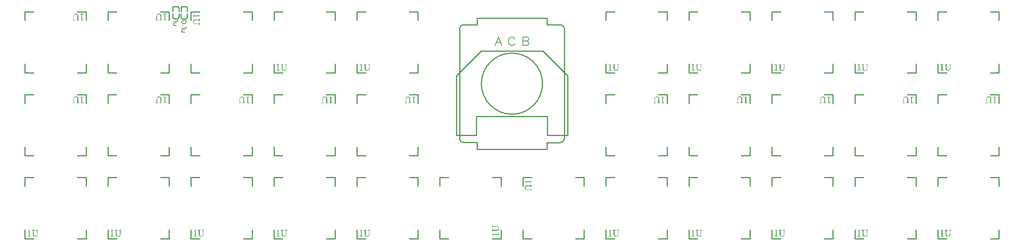
<source format=gto>
G04 Layer: TopSilkLayer*
G04 EasyEDA v6.4.25, 2022-01-20T16:11:06+08:00*
G04 bfaf2d4f65d64c88941de24b5d45c2ce,3b57db4a37c74da5bb1b5bc11455ab19,10*
G04 Gerber Generator version 0.2*
G04 Scale: 100 percent, Rotated: No, Reflected: No *
G04 Dimensions in millimeters *
G04 leading zeros omitted , absolute positions ,4 integer and 5 decimal *
%FSLAX45Y45*%
%MOMM*%

%ADD10C,0.2540*%
%ADD11C,0.1524*%
%ADD35C,0.2032*%

%LPD*%
G36*
X-9983165Y2554528D02*
G01*
X-9988804Y2554325D01*
X-9994239Y2553665D01*
X-9999370Y2552598D01*
X-10004298Y2551023D01*
X-10008920Y2548991D01*
X-10013188Y2546451D01*
X-10017201Y2543403D01*
X-10020858Y2539847D01*
X-10024110Y2535732D01*
X-10027005Y2531059D01*
X-10029545Y2525826D01*
X-10031628Y2520035D01*
X-10033254Y2513685D01*
X-10034473Y2506675D01*
X-10035235Y2499055D01*
X-10035489Y2490825D01*
X-10035743Y2412593D01*
X-10055555Y2410002D01*
X-10055555Y2402433D01*
X-10002469Y2402433D01*
X-10002469Y2410002D01*
X-10025837Y2413101D01*
X-10025837Y2485694D01*
X-10025532Y2495092D01*
X-10024719Y2503525D01*
X-10023398Y2510942D01*
X-10021519Y2517444D01*
X-10019080Y2523032D01*
X-10016083Y2527757D01*
X-10012578Y2531668D01*
X-10008565Y2534767D01*
X-10003942Y2537155D01*
X-9998811Y2538780D01*
X-9993172Y2539746D01*
X-9986975Y2540101D01*
X-9981387Y2539796D01*
X-9976154Y2538984D01*
X-9971328Y2537561D01*
X-9966960Y2535428D01*
X-9962997Y2532634D01*
X-9959492Y2529078D01*
X-9956495Y2524760D01*
X-9953955Y2519578D01*
X-9951974Y2513482D01*
X-9950551Y2506522D01*
X-9949688Y2498547D01*
X-9949383Y2489504D01*
X-9949637Y2412593D01*
X-9972243Y2410002D01*
X-9972243Y2402433D01*
X-9910013Y2402433D01*
X-9910013Y2410002D01*
X-9928809Y2412085D01*
X-9929063Y2494635D01*
X-9929317Y2502255D01*
X-9930028Y2509367D01*
X-9931298Y2515870D01*
X-9932974Y2521864D01*
X-9935108Y2527300D01*
X-9937648Y2532227D01*
X-9940645Y2536596D01*
X-9943998Y2540508D01*
X-9947757Y2543860D01*
X-9951872Y2546756D01*
X-9956292Y2549194D01*
X-9961067Y2551176D01*
X-9966198Y2552649D01*
X-9971582Y2553716D01*
X-9977221Y2554325D01*
G37*
G36*
X-9888423Y2551277D02*
G01*
X-9888423Y2544368D01*
X-9857181Y2539796D01*
X-9856673Y2504236D01*
X-9856673Y2434386D01*
X-9857435Y2402433D01*
X-9854387Y2400096D01*
X-9808667Y2412085D01*
X-9808667Y2419654D01*
X-9838385Y2416860D01*
X-9838334Y2513228D01*
X-9837877Y2539796D01*
X-9806381Y2544368D01*
X-9806381Y2551277D01*
G37*
G36*
X-8083143Y2554528D02*
G01*
X-8088782Y2554325D01*
X-8094218Y2553665D01*
X-8099399Y2552598D01*
X-8104276Y2551023D01*
X-8108899Y2548991D01*
X-8113217Y2546451D01*
X-8117179Y2543403D01*
X-8120837Y2539847D01*
X-8124139Y2535732D01*
X-8127034Y2531059D01*
X-8129524Y2525826D01*
X-8131606Y2520035D01*
X-8133283Y2513685D01*
X-8134502Y2506675D01*
X-8135213Y2499055D01*
X-8135467Y2490825D01*
X-8135721Y2412593D01*
X-8155533Y2410002D01*
X-8155533Y2402433D01*
X-8102447Y2402433D01*
X-8102447Y2410002D01*
X-8125815Y2413101D01*
X-8125815Y2485694D01*
X-8125561Y2495092D01*
X-8124748Y2503525D01*
X-8123377Y2510942D01*
X-8121497Y2517444D01*
X-8119059Y2523032D01*
X-8116112Y2527757D01*
X-8112607Y2531668D01*
X-8108543Y2534767D01*
X-8103971Y2537155D01*
X-8098840Y2538780D01*
X-8093151Y2539746D01*
X-8086953Y2540101D01*
X-8081365Y2539796D01*
X-8076133Y2538984D01*
X-8071358Y2537561D01*
X-8066938Y2535428D01*
X-8062975Y2532634D01*
X-8059470Y2529078D01*
X-8056473Y2524760D01*
X-8053984Y2519578D01*
X-8052003Y2513482D01*
X-8050530Y2506522D01*
X-8049666Y2498547D01*
X-8049361Y2489504D01*
X-8049615Y2412593D01*
X-8072221Y2410002D01*
X-8072221Y2402433D01*
X-8009991Y2402433D01*
X-8009991Y2410002D01*
X-8028787Y2412085D01*
X-8029041Y2448966D01*
X-8029041Y2494635D01*
X-8029295Y2502255D01*
X-8030057Y2509367D01*
X-8031276Y2515870D01*
X-8032953Y2521864D01*
X-8035086Y2527300D01*
X-8037677Y2532227D01*
X-8040624Y2536596D01*
X-8043976Y2540508D01*
X-8047736Y2543860D01*
X-8051850Y2546756D01*
X-8056321Y2549194D01*
X-8061096Y2551176D01*
X-8066176Y2552649D01*
X-8071561Y2553716D01*
X-8077200Y2554325D01*
G37*
G36*
X-7988401Y2551277D02*
G01*
X-7988401Y2544368D01*
X-7957159Y2539796D01*
X-7956651Y2504236D01*
X-7956651Y2434386D01*
X-7957413Y2402433D01*
X-7954365Y2400096D01*
X-7908645Y2412085D01*
X-7908645Y2419654D01*
X-7938363Y2416860D01*
X-7938312Y2513228D01*
X-7937855Y2539796D01*
X-7906359Y2544368D01*
X-7906359Y2551277D01*
G37*
G36*
X-7301230Y2543657D02*
G01*
X-7301230Y2461615D01*
X-7294372Y2461615D01*
X-7289800Y2492857D01*
X-7263231Y2493314D01*
X-7184390Y2493365D01*
X-7152386Y2492603D01*
X-7150100Y2495651D01*
X-7162038Y2541371D01*
X-7169658Y2541371D01*
X-7166864Y2511653D01*
X-7263231Y2511653D01*
X-7289800Y2512161D01*
X-7294372Y2543657D01*
G37*
G36*
X-7160006Y2440025D02*
G01*
X-7162038Y2421229D01*
X-7184136Y2421026D01*
X-7244588Y2420975D01*
X-7252258Y2420721D01*
X-7259370Y2419959D01*
X-7265873Y2418740D01*
X-7271867Y2417013D01*
X-7277303Y2414879D01*
X-7282230Y2412339D01*
X-7286599Y2409342D01*
X-7290511Y2405989D01*
X-7293864Y2402230D01*
X-7296759Y2398166D01*
X-7299198Y2393696D01*
X-7301128Y2388920D01*
X-7302652Y2383840D01*
X-7303719Y2378456D01*
X-7304328Y2372766D01*
X-7304531Y2366873D01*
X-7304328Y2361184D01*
X-7303668Y2355799D01*
X-7302601Y2350617D01*
X-7301026Y2345690D01*
X-7298994Y2341118D01*
X-7296454Y2336800D01*
X-7293406Y2332786D01*
X-7289800Y2329180D01*
X-7285736Y2325878D01*
X-7281062Y2322982D01*
X-7275830Y2320493D01*
X-7270038Y2318359D01*
X-7263638Y2316734D01*
X-7256678Y2315514D01*
X-7249058Y2314752D01*
X-7240778Y2314549D01*
X-7162546Y2314295D01*
X-7160006Y2294483D01*
X-7152386Y2294483D01*
X-7152386Y2347569D01*
X-7160006Y2347569D01*
X-7163053Y2324201D01*
X-7235698Y2324201D01*
X-7245096Y2324455D01*
X-7253528Y2325268D01*
X-7260945Y2326589D01*
X-7267448Y2328519D01*
X-7273036Y2330907D01*
X-7277760Y2333904D01*
X-7281672Y2337409D01*
X-7284770Y2341473D01*
X-7287158Y2346045D01*
X-7288784Y2351176D01*
X-7289749Y2356815D01*
X-7290053Y2363063D01*
X-7289800Y2368651D01*
X-7288987Y2373833D01*
X-7287514Y2378659D01*
X-7285431Y2383078D01*
X-7282637Y2386990D01*
X-7279081Y2390495D01*
X-7274763Y2393492D01*
X-7269581Y2396032D01*
X-7263485Y2398014D01*
X-7256525Y2399436D01*
X-7248550Y2400350D01*
X-7239508Y2400655D01*
X-7162546Y2400401D01*
X-7160006Y2377795D01*
X-7152386Y2377795D01*
X-7152386Y2440025D01*
G37*
G36*
X-5345633Y1399895D02*
G01*
X-5391353Y1387957D01*
X-5391353Y1380337D01*
X-5361635Y1383131D01*
X-5361686Y1286764D01*
X-5362143Y1260195D01*
X-5393639Y1255623D01*
X-5393639Y1248765D01*
X-5311597Y1248765D01*
X-5311597Y1255623D01*
X-5342839Y1260195D01*
X-5343347Y1295755D01*
X-5343347Y1365605D01*
X-5342585Y1397609D01*
G37*
G36*
X-5290007Y1397609D02*
G01*
X-5290007Y1389989D01*
X-5271211Y1387957D01*
X-5270957Y1351026D01*
X-5270957Y1305407D01*
X-5270703Y1297736D01*
X-5269941Y1290624D01*
X-5268722Y1284122D01*
X-5267045Y1278128D01*
X-5264912Y1272692D01*
X-5262321Y1267764D01*
X-5259374Y1263396D01*
X-5256022Y1259484D01*
X-5252262Y1256131D01*
X-5248148Y1253236D01*
X-5243677Y1250797D01*
X-5238902Y1248867D01*
X-5233822Y1247343D01*
X-5228437Y1246276D01*
X-5222798Y1245666D01*
X-5216855Y1245463D01*
X-5211216Y1245666D01*
X-5205780Y1246327D01*
X-5200599Y1247394D01*
X-5195722Y1248968D01*
X-5191099Y1251000D01*
X-5186781Y1253540D01*
X-5182819Y1256588D01*
X-5179161Y1260195D01*
X-5175859Y1264259D01*
X-5172964Y1268933D01*
X-5170474Y1274165D01*
X-5168392Y1279956D01*
X-5166715Y1286357D01*
X-5165496Y1293317D01*
X-5164785Y1300937D01*
X-5164531Y1309217D01*
X-5164277Y1387449D01*
X-5144465Y1389989D01*
X-5144465Y1397609D01*
X-5197551Y1397609D01*
X-5197551Y1389989D01*
X-5174183Y1386941D01*
X-5174183Y1314297D01*
X-5174437Y1304899D01*
X-5175250Y1296517D01*
X-5176621Y1289050D01*
X-5178501Y1282598D01*
X-5180939Y1276959D01*
X-5183886Y1272235D01*
X-5187391Y1268323D01*
X-5191455Y1265224D01*
X-5196027Y1262837D01*
X-5201158Y1261211D01*
X-5206847Y1260246D01*
X-5213045Y1259941D01*
X-5218633Y1260195D01*
X-5223865Y1261008D01*
X-5228691Y1262481D01*
X-5233060Y1264564D01*
X-5237022Y1267358D01*
X-5240528Y1270914D01*
X-5243525Y1275232D01*
X-5246014Y1280414D01*
X-5247995Y1286510D01*
X-5249468Y1293469D01*
X-5250332Y1301445D01*
X-5250637Y1310487D01*
X-5250383Y1387449D01*
X-5227777Y1389989D01*
X-5227777Y1397609D01*
G37*
G36*
X-3445611Y1399895D02*
G01*
X-3491331Y1387957D01*
X-3491331Y1380337D01*
X-3461613Y1383131D01*
X-3461664Y1286764D01*
X-3462121Y1260195D01*
X-3493617Y1255623D01*
X-3493617Y1248765D01*
X-3411575Y1248765D01*
X-3411575Y1255623D01*
X-3442817Y1260195D01*
X-3443325Y1295755D01*
X-3443325Y1365605D01*
X-3442563Y1397609D01*
G37*
G36*
X-3389985Y1397609D02*
G01*
X-3389985Y1389989D01*
X-3371189Y1387957D01*
X-3370935Y1305407D01*
X-3370681Y1297736D01*
X-3369970Y1290624D01*
X-3368700Y1284122D01*
X-3367024Y1278128D01*
X-3364890Y1272692D01*
X-3362350Y1267764D01*
X-3359353Y1263396D01*
X-3356000Y1259484D01*
X-3352241Y1256131D01*
X-3348126Y1253236D01*
X-3343706Y1250797D01*
X-3338931Y1248867D01*
X-3333800Y1247343D01*
X-3328415Y1246276D01*
X-3322777Y1245666D01*
X-3316833Y1245463D01*
X-3311194Y1245666D01*
X-3305759Y1246327D01*
X-3300628Y1247394D01*
X-3295700Y1248968D01*
X-3291078Y1251000D01*
X-3286810Y1253540D01*
X-3282797Y1256588D01*
X-3279140Y1260195D01*
X-3275888Y1264259D01*
X-3272993Y1268933D01*
X-3270453Y1274165D01*
X-3268370Y1279956D01*
X-3266744Y1286357D01*
X-3265525Y1293317D01*
X-3264763Y1300937D01*
X-3264509Y1309217D01*
X-3264255Y1387449D01*
X-3244443Y1389989D01*
X-3244443Y1397609D01*
X-3297529Y1397609D01*
X-3297529Y1389989D01*
X-3274161Y1386941D01*
X-3274161Y1314297D01*
X-3274466Y1304899D01*
X-3275279Y1296517D01*
X-3276600Y1289050D01*
X-3278479Y1282598D01*
X-3280918Y1276959D01*
X-3283915Y1272235D01*
X-3287420Y1268323D01*
X-3291433Y1265224D01*
X-3296056Y1262837D01*
X-3301187Y1261211D01*
X-3306826Y1260246D01*
X-3313023Y1259941D01*
X-3318611Y1260195D01*
X-3323844Y1261008D01*
X-3328670Y1262481D01*
X-3333038Y1264564D01*
X-3337001Y1267358D01*
X-3340506Y1270914D01*
X-3343503Y1275232D01*
X-3346043Y1280414D01*
X-3348024Y1286510D01*
X-3349447Y1293469D01*
X-3350310Y1301445D01*
X-3350615Y1310487D01*
X-3350361Y1387449D01*
X-3327755Y1389989D01*
X-3327755Y1397609D01*
G37*
G36*
X2254351Y1399895D02*
G01*
X2208631Y1387957D01*
X2208631Y1380337D01*
X2238349Y1383131D01*
X2238298Y1286764D01*
X2237841Y1260195D01*
X2206345Y1255623D01*
X2206345Y1248765D01*
X2288387Y1248765D01*
X2288387Y1255623D01*
X2257145Y1260195D01*
X2256637Y1295755D01*
X2256637Y1365605D01*
X2257399Y1397609D01*
G37*
G36*
X2309977Y1397609D02*
G01*
X2309977Y1389989D01*
X2328773Y1387957D01*
X2328976Y1365859D01*
X2329027Y1305407D01*
X2329281Y1297736D01*
X2330043Y1290624D01*
X2331262Y1284122D01*
X2332939Y1278128D01*
X2335072Y1272692D01*
X2337663Y1267764D01*
X2340610Y1263396D01*
X2344013Y1259484D01*
X2347722Y1256131D01*
X2351836Y1253236D01*
X2356307Y1250797D01*
X2361082Y1248867D01*
X2366162Y1247343D01*
X2371547Y1246276D01*
X2377236Y1245666D01*
X2383129Y1245463D01*
X2388819Y1245666D01*
X2394204Y1246327D01*
X2399385Y1247394D01*
X2404313Y1248968D01*
X2408885Y1251000D01*
X2413203Y1253540D01*
X2417216Y1256588D01*
X2420823Y1260195D01*
X2424125Y1264259D01*
X2427020Y1268933D01*
X2429510Y1274165D01*
X2431592Y1279956D01*
X2433269Y1286357D01*
X2434488Y1293317D01*
X2435199Y1300937D01*
X2435453Y1309217D01*
X2435707Y1387449D01*
X2455519Y1389989D01*
X2455519Y1397609D01*
X2402433Y1397609D01*
X2402433Y1389989D01*
X2425801Y1386941D01*
X2425801Y1314297D01*
X2425547Y1304899D01*
X2424734Y1296517D01*
X2423414Y1289050D01*
X2421483Y1282598D01*
X2419096Y1276959D01*
X2416098Y1272235D01*
X2412593Y1268323D01*
X2408529Y1265224D01*
X2403957Y1262837D01*
X2398826Y1261211D01*
X2393188Y1260246D01*
X2386939Y1259941D01*
X2381351Y1260195D01*
X2376170Y1261008D01*
X2371344Y1262481D01*
X2366924Y1264564D01*
X2362962Y1267358D01*
X2359507Y1270914D01*
X2356459Y1275232D01*
X2353970Y1280414D01*
X2351989Y1286510D01*
X2350566Y1293469D01*
X2349652Y1301445D01*
X2349347Y1310487D01*
X2349601Y1387449D01*
X2372207Y1389989D01*
X2372207Y1397609D01*
G37*
G36*
X4154373Y1399895D02*
G01*
X4108653Y1387957D01*
X4108653Y1380337D01*
X4138371Y1383131D01*
X4138320Y1286764D01*
X4137863Y1260195D01*
X4106367Y1255623D01*
X4106367Y1248765D01*
X4188409Y1248765D01*
X4188409Y1255623D01*
X4157167Y1260195D01*
X4156659Y1295755D01*
X4156659Y1365605D01*
X4157421Y1397609D01*
G37*
G36*
X4209999Y1397609D02*
G01*
X4209999Y1389989D01*
X4228795Y1387957D01*
X4229049Y1351026D01*
X4229049Y1305407D01*
X4229303Y1297736D01*
X4230065Y1290624D01*
X4231284Y1284122D01*
X4232960Y1278128D01*
X4235094Y1272692D01*
X4237634Y1267764D01*
X4240631Y1263396D01*
X4243984Y1259484D01*
X4247743Y1256131D01*
X4251858Y1253236D01*
X4256328Y1250797D01*
X4261104Y1248867D01*
X4266184Y1247343D01*
X4271568Y1246276D01*
X4277207Y1245666D01*
X4283151Y1245463D01*
X4288790Y1245666D01*
X4294225Y1246327D01*
X4299407Y1247394D01*
X4304284Y1248968D01*
X4308906Y1251000D01*
X4313224Y1253540D01*
X4317187Y1256588D01*
X4320844Y1260195D01*
X4324096Y1264259D01*
X4327042Y1268933D01*
X4329531Y1274165D01*
X4331614Y1279956D01*
X4333290Y1286357D01*
X4334510Y1293317D01*
X4335221Y1300937D01*
X4335475Y1309217D01*
X4335729Y1387449D01*
X4355541Y1389989D01*
X4355541Y1397609D01*
X4302455Y1397609D01*
X4302455Y1389989D01*
X4325823Y1386941D01*
X4325823Y1314297D01*
X4325569Y1304899D01*
X4324756Y1296517D01*
X4323384Y1289050D01*
X4321505Y1282598D01*
X4319066Y1276959D01*
X4316120Y1272235D01*
X4312615Y1268323D01*
X4308551Y1265224D01*
X4303979Y1262837D01*
X4298848Y1261211D01*
X4293158Y1260246D01*
X4286961Y1259941D01*
X4281373Y1260195D01*
X4276140Y1261008D01*
X4271314Y1262481D01*
X4266946Y1264564D01*
X4262983Y1267358D01*
X4259478Y1270914D01*
X4256481Y1275232D01*
X4253992Y1280414D01*
X4252010Y1286510D01*
X4250537Y1293469D01*
X4249674Y1301445D01*
X4249369Y1310487D01*
X4249623Y1387449D01*
X4272229Y1389989D01*
X4272229Y1397609D01*
G37*
G36*
X6054344Y1399895D02*
G01*
X6008624Y1387957D01*
X6008624Y1380337D01*
X6038342Y1383131D01*
X6038342Y1286764D01*
X6037884Y1260195D01*
X6006338Y1255623D01*
X6006338Y1248765D01*
X6088430Y1248765D01*
X6088430Y1255623D01*
X6057138Y1260195D01*
X6056680Y1286764D01*
X6056680Y1365605D01*
X6057392Y1397609D01*
G37*
G36*
X6110020Y1397609D02*
G01*
X6110020Y1389989D01*
X6128816Y1387957D01*
X6129070Y1305407D01*
X6129274Y1297736D01*
X6130036Y1290624D01*
X6131255Y1284122D01*
X6132982Y1278128D01*
X6135116Y1272692D01*
X6137656Y1267764D01*
X6140653Y1263396D01*
X6144006Y1259484D01*
X6147765Y1256131D01*
X6151829Y1253236D01*
X6156299Y1250797D01*
X6161074Y1248867D01*
X6166154Y1247343D01*
X6171539Y1246276D01*
X6177229Y1245666D01*
X6183122Y1245463D01*
X6188811Y1245666D01*
X6194196Y1246327D01*
X6199378Y1247394D01*
X6204305Y1248968D01*
X6208877Y1251000D01*
X6213195Y1253540D01*
X6217208Y1256588D01*
X6220815Y1260195D01*
X6224117Y1264259D01*
X6227013Y1268933D01*
X6229502Y1274165D01*
X6231636Y1279956D01*
X6233261Y1286357D01*
X6234480Y1293317D01*
X6235242Y1300937D01*
X6235496Y1309217D01*
X6235750Y1387449D01*
X6255512Y1389989D01*
X6255512Y1397609D01*
X6202426Y1397609D01*
X6202426Y1389989D01*
X6225794Y1386941D01*
X6225794Y1314297D01*
X6225540Y1304899D01*
X6224727Y1296517D01*
X6223406Y1289050D01*
X6221526Y1282598D01*
X6219088Y1276959D01*
X6216091Y1272235D01*
X6212586Y1268323D01*
X6208572Y1265224D01*
X6203950Y1262837D01*
X6198819Y1261211D01*
X6193180Y1260246D01*
X6186982Y1259941D01*
X6181344Y1260195D01*
X6176162Y1261008D01*
X6171336Y1262481D01*
X6166916Y1264564D01*
X6163005Y1267358D01*
X6159500Y1270914D01*
X6156502Y1275232D01*
X6153962Y1280414D01*
X6151981Y1286510D01*
X6150559Y1293469D01*
X6149644Y1301445D01*
X6149340Y1310487D01*
X6149594Y1387449D01*
X6172250Y1389989D01*
X6172250Y1397609D01*
G37*
G36*
X7954365Y1399895D02*
G01*
X7908645Y1387957D01*
X7908645Y1380337D01*
X7938363Y1383131D01*
X7938312Y1286764D01*
X7937855Y1260195D01*
X7906359Y1255623D01*
X7906359Y1248765D01*
X7988401Y1248765D01*
X7988401Y1255623D01*
X7957159Y1260195D01*
X7956651Y1295755D01*
X7956651Y1365605D01*
X7957413Y1397609D01*
G37*
G36*
X8009991Y1397609D02*
G01*
X8009991Y1389989D01*
X8028787Y1387957D01*
X8029041Y1351026D01*
X8029041Y1305407D01*
X8029295Y1297736D01*
X8030057Y1290624D01*
X8031276Y1284122D01*
X8032953Y1278128D01*
X8035086Y1272692D01*
X8037677Y1267764D01*
X8040624Y1263396D01*
X8043976Y1259484D01*
X8047736Y1256131D01*
X8051850Y1253236D01*
X8056321Y1250797D01*
X8061096Y1248867D01*
X8066176Y1247343D01*
X8071561Y1246276D01*
X8077200Y1245666D01*
X8083143Y1245463D01*
X8088782Y1245666D01*
X8094218Y1246327D01*
X8099399Y1247394D01*
X8104276Y1248968D01*
X8108899Y1251000D01*
X8113217Y1253540D01*
X8117179Y1256588D01*
X8120837Y1260195D01*
X8124139Y1264259D01*
X8127034Y1268933D01*
X8129524Y1274165D01*
X8131606Y1279956D01*
X8133283Y1286357D01*
X8134502Y1293317D01*
X8135213Y1300937D01*
X8135467Y1309217D01*
X8135721Y1387449D01*
X8155533Y1389989D01*
X8155533Y1397609D01*
X8102447Y1397609D01*
X8102447Y1389989D01*
X8125815Y1386941D01*
X8125815Y1314297D01*
X8125561Y1304899D01*
X8124748Y1296517D01*
X8123377Y1289050D01*
X8121497Y1282598D01*
X8119059Y1276959D01*
X8116112Y1272235D01*
X8112607Y1268323D01*
X8108543Y1265224D01*
X8103971Y1262837D01*
X8098840Y1261211D01*
X8093151Y1260246D01*
X8086953Y1259941D01*
X8081365Y1260195D01*
X8076133Y1261008D01*
X8071358Y1262481D01*
X8066938Y1264564D01*
X8062975Y1267358D01*
X8059470Y1270914D01*
X8056473Y1275232D01*
X8053984Y1280414D01*
X8052003Y1286510D01*
X8050530Y1293469D01*
X8049666Y1301445D01*
X8049361Y1310487D01*
X8049615Y1387449D01*
X8072221Y1389989D01*
X8072221Y1397609D01*
G37*
G36*
X9854387Y1399895D02*
G01*
X9808667Y1387957D01*
X9808667Y1380337D01*
X9838385Y1383131D01*
X9838334Y1286764D01*
X9837877Y1260195D01*
X9806381Y1255623D01*
X9806381Y1248765D01*
X9888423Y1248765D01*
X9888423Y1255623D01*
X9857181Y1260195D01*
X9856673Y1295755D01*
X9856673Y1365605D01*
X9857435Y1397609D01*
G37*
G36*
X9910013Y1397609D02*
G01*
X9910013Y1389989D01*
X9928809Y1387957D01*
X9929063Y1305407D01*
X9929317Y1297736D01*
X9930028Y1290624D01*
X9931298Y1284122D01*
X9932974Y1278128D01*
X9935108Y1272692D01*
X9937648Y1267764D01*
X9940645Y1263396D01*
X9943998Y1259484D01*
X9947757Y1256131D01*
X9951872Y1253236D01*
X9956292Y1250797D01*
X9961067Y1248867D01*
X9966198Y1247343D01*
X9971582Y1246276D01*
X9977221Y1245666D01*
X9983165Y1245463D01*
X9988804Y1245666D01*
X9994239Y1246327D01*
X9999370Y1247394D01*
X10004298Y1248968D01*
X10008920Y1251000D01*
X10013188Y1253540D01*
X10017201Y1256588D01*
X10020858Y1260195D01*
X10024110Y1264259D01*
X10027005Y1268933D01*
X10029545Y1274165D01*
X10031628Y1279956D01*
X10033254Y1286357D01*
X10034473Y1293317D01*
X10035235Y1300937D01*
X10035489Y1309217D01*
X10035743Y1387449D01*
X10055555Y1389989D01*
X10055555Y1397609D01*
X10002469Y1397609D01*
X10002469Y1389989D01*
X10025837Y1386941D01*
X10025837Y1314297D01*
X10025532Y1304899D01*
X10024719Y1296517D01*
X10023398Y1289050D01*
X10021519Y1282598D01*
X10019080Y1276959D01*
X10016083Y1272235D01*
X10012578Y1268323D01*
X10008565Y1265224D01*
X10003942Y1262837D01*
X9998811Y1261211D01*
X9993172Y1260246D01*
X9986975Y1259941D01*
X9981387Y1260195D01*
X9976154Y1261008D01*
X9971328Y1262481D01*
X9966960Y1264564D01*
X9962997Y1267358D01*
X9959492Y1270914D01*
X9956495Y1275232D01*
X9953955Y1280414D01*
X9951974Y1286510D01*
X9950551Y1293469D01*
X9949688Y1301445D01*
X9949383Y1310487D01*
X9949637Y1387449D01*
X9972243Y1389989D01*
X9972243Y1397609D01*
G37*
G36*
X-9983165Y654558D02*
G01*
X-9988804Y654354D01*
X-9994239Y653694D01*
X-9999370Y652576D01*
X-10004298Y651002D01*
X-10008920Y648970D01*
X-10013188Y646430D01*
X-10017201Y643382D01*
X-10020858Y639826D01*
X-10024110Y635711D01*
X-10027005Y631088D01*
X-10029545Y625856D01*
X-10031628Y620064D01*
X-10033254Y613664D01*
X-10034473Y606653D01*
X-10035235Y599033D01*
X-10035489Y590804D01*
X-10035743Y512572D01*
X-10055555Y510032D01*
X-10055555Y502412D01*
X-10002469Y502412D01*
X-10002469Y510032D01*
X-10025837Y513080D01*
X-10025837Y585724D01*
X-10025532Y595122D01*
X-10024719Y603504D01*
X-10023398Y610920D01*
X-10021519Y617423D01*
X-10019080Y623011D01*
X-10016083Y627735D01*
X-10012578Y631647D01*
X-10008565Y634796D01*
X-10003942Y637133D01*
X-9998811Y638810D01*
X-9993172Y639775D01*
X-9986975Y640080D01*
X-9981387Y639826D01*
X-9976154Y638962D01*
X-9971328Y637540D01*
X-9966960Y635457D01*
X-9962997Y632663D01*
X-9959492Y629107D01*
X-9956495Y624738D01*
X-9953955Y619556D01*
X-9951974Y613511D01*
X-9950551Y606501D01*
X-9949688Y598525D01*
X-9949383Y589534D01*
X-9949434Y534314D01*
X-9949637Y512572D01*
X-9972243Y510032D01*
X-9972243Y502412D01*
X-9910013Y502412D01*
X-9910013Y510032D01*
X-9928809Y512064D01*
X-9929063Y594614D01*
X-9929317Y602284D01*
X-9930028Y609346D01*
X-9931298Y615899D01*
X-9932974Y621893D01*
X-9935108Y627329D01*
X-9937648Y632206D01*
X-9940645Y636625D01*
X-9943998Y640486D01*
X-9947757Y643890D01*
X-9951872Y646785D01*
X-9956292Y649173D01*
X-9961067Y651154D01*
X-9966198Y652678D01*
X-9971582Y653694D01*
X-9977221Y654354D01*
G37*
G36*
X-9888423Y651256D02*
G01*
X-9888423Y644398D01*
X-9857181Y639826D01*
X-9856673Y604266D01*
X-9856673Y534416D01*
X-9857435Y502412D01*
X-9854387Y500126D01*
X-9808667Y512064D01*
X-9808667Y519684D01*
X-9838385Y516890D01*
X-9838334Y613206D01*
X-9837877Y639826D01*
X-9806381Y644398D01*
X-9806381Y651256D01*
G37*
G36*
X-8083143Y654558D02*
G01*
X-8088782Y654354D01*
X-8094218Y653694D01*
X-8099399Y652576D01*
X-8104276Y651002D01*
X-8108899Y648970D01*
X-8113217Y646430D01*
X-8117179Y643382D01*
X-8120837Y639826D01*
X-8124139Y635711D01*
X-8127034Y631088D01*
X-8129524Y625856D01*
X-8131606Y620064D01*
X-8133283Y613664D01*
X-8134502Y606653D01*
X-8135213Y599033D01*
X-8135467Y590804D01*
X-8135721Y512572D01*
X-8155533Y510032D01*
X-8155533Y502412D01*
X-8102447Y502412D01*
X-8102447Y510032D01*
X-8125815Y513080D01*
X-8125815Y585724D01*
X-8125561Y595122D01*
X-8124748Y603504D01*
X-8123377Y610920D01*
X-8121497Y617423D01*
X-8119059Y623011D01*
X-8116112Y627735D01*
X-8112607Y631647D01*
X-8108543Y634796D01*
X-8103971Y637133D01*
X-8098840Y638810D01*
X-8093151Y639775D01*
X-8086953Y640080D01*
X-8081365Y639826D01*
X-8076133Y638962D01*
X-8071358Y637540D01*
X-8066938Y635457D01*
X-8062975Y632663D01*
X-8059470Y629107D01*
X-8056473Y624738D01*
X-8053984Y619556D01*
X-8052003Y613511D01*
X-8050530Y606501D01*
X-8049666Y598525D01*
X-8049361Y589534D01*
X-8049615Y512572D01*
X-8072221Y510032D01*
X-8072221Y502412D01*
X-8009991Y502412D01*
X-8009991Y510032D01*
X-8028787Y512064D01*
X-8029041Y548944D01*
X-8029041Y594614D01*
X-8029295Y602284D01*
X-8030057Y609346D01*
X-8031276Y615899D01*
X-8032953Y621893D01*
X-8035086Y627329D01*
X-8037677Y632206D01*
X-8040624Y636625D01*
X-8043976Y640486D01*
X-8047736Y643890D01*
X-8051850Y646785D01*
X-8056321Y649173D01*
X-8061096Y651154D01*
X-8066176Y652678D01*
X-8071561Y653694D01*
X-8077200Y654354D01*
G37*
G36*
X-7988401Y651256D02*
G01*
X-7988401Y644398D01*
X-7957159Y639826D01*
X-7956651Y604266D01*
X-7956651Y534416D01*
X-7957413Y502412D01*
X-7954365Y500126D01*
X-7908645Y512064D01*
X-7908645Y519684D01*
X-7938363Y516890D01*
X-7938312Y613206D01*
X-7937855Y639826D01*
X-7906359Y644398D01*
X-7906359Y651256D01*
G37*
G36*
X-6183172Y654558D02*
G01*
X-6188811Y654354D01*
X-6194196Y653694D01*
X-6199378Y652576D01*
X-6204305Y651002D01*
X-6208877Y648970D01*
X-6213195Y646430D01*
X-6217208Y643382D01*
X-6220815Y639826D01*
X-6224117Y635711D01*
X-6227013Y631088D01*
X-6229502Y625856D01*
X-6231636Y620064D01*
X-6233261Y613664D01*
X-6234480Y606653D01*
X-6235242Y599033D01*
X-6235446Y590804D01*
X-6235750Y512572D01*
X-6255512Y510032D01*
X-6255512Y502412D01*
X-6202426Y502412D01*
X-6202426Y510032D01*
X-6225794Y513080D01*
X-6225794Y585724D01*
X-6225540Y595122D01*
X-6224727Y603504D01*
X-6223406Y610920D01*
X-6221476Y617423D01*
X-6219088Y623011D01*
X-6216091Y627735D01*
X-6212586Y631647D01*
X-6208522Y634796D01*
X-6203950Y637133D01*
X-6198819Y638810D01*
X-6193180Y639775D01*
X-6186982Y640080D01*
X-6181344Y639826D01*
X-6176162Y638962D01*
X-6171336Y637540D01*
X-6166916Y635457D01*
X-6163005Y632663D01*
X-6159500Y629107D01*
X-6156502Y624738D01*
X-6153962Y619556D01*
X-6151981Y613511D01*
X-6150559Y606501D01*
X-6149644Y598525D01*
X-6149390Y589534D01*
X-6149594Y512572D01*
X-6172250Y510032D01*
X-6172250Y502412D01*
X-6109970Y502412D01*
X-6109970Y510032D01*
X-6128816Y512064D01*
X-6129020Y541578D01*
X-6129020Y594614D01*
X-6129274Y602284D01*
X-6130036Y609346D01*
X-6131255Y615899D01*
X-6132982Y621893D01*
X-6135116Y627329D01*
X-6137656Y632206D01*
X-6140653Y636625D01*
X-6144006Y640486D01*
X-6147765Y643890D01*
X-6151829Y646785D01*
X-6156299Y649173D01*
X-6161074Y651154D01*
X-6166154Y652678D01*
X-6171539Y653694D01*
X-6177229Y654354D01*
G37*
G36*
X-6088430Y651256D02*
G01*
X-6088430Y644398D01*
X-6057138Y639826D01*
X-6056680Y613206D01*
X-6056680Y534416D01*
X-6057442Y502412D01*
X-6054344Y500126D01*
X-6008674Y512064D01*
X-6008674Y519684D01*
X-6038392Y516890D01*
X-6038342Y613206D01*
X-6037834Y639826D01*
X-6006338Y644398D01*
X-6006338Y651256D01*
G37*
G36*
X-4283151Y654558D02*
G01*
X-4288790Y654354D01*
X-4294225Y653694D01*
X-4299407Y652576D01*
X-4304284Y651002D01*
X-4308906Y648970D01*
X-4313224Y646430D01*
X-4317187Y643382D01*
X-4320844Y639826D01*
X-4324096Y635711D01*
X-4327042Y631088D01*
X-4329531Y625856D01*
X-4331614Y620064D01*
X-4333290Y613664D01*
X-4334510Y606653D01*
X-4335221Y599033D01*
X-4335475Y590804D01*
X-4335729Y512572D01*
X-4355541Y510032D01*
X-4355541Y502412D01*
X-4302455Y502412D01*
X-4302455Y510032D01*
X-4325823Y513080D01*
X-4325823Y585724D01*
X-4325569Y595122D01*
X-4324756Y603504D01*
X-4323384Y610920D01*
X-4321505Y617423D01*
X-4319066Y623011D01*
X-4316120Y627735D01*
X-4312615Y631647D01*
X-4308551Y634796D01*
X-4303979Y637133D01*
X-4298848Y638810D01*
X-4293158Y639775D01*
X-4286961Y640080D01*
X-4281373Y639826D01*
X-4276140Y638962D01*
X-4271314Y637540D01*
X-4266946Y635457D01*
X-4262983Y632663D01*
X-4259478Y629107D01*
X-4256481Y624738D01*
X-4253992Y619556D01*
X-4252010Y613511D01*
X-4250537Y606501D01*
X-4249674Y598525D01*
X-4249369Y589534D01*
X-4249623Y512572D01*
X-4272229Y510032D01*
X-4272229Y502412D01*
X-4209999Y502412D01*
X-4209999Y510032D01*
X-4228795Y512064D01*
X-4229049Y548944D01*
X-4229049Y594614D01*
X-4229303Y602284D01*
X-4230065Y609346D01*
X-4231284Y615899D01*
X-4232960Y621893D01*
X-4235094Y627329D01*
X-4237634Y632206D01*
X-4240631Y636625D01*
X-4243984Y640486D01*
X-4247743Y643890D01*
X-4251858Y646785D01*
X-4256328Y649173D01*
X-4261104Y651154D01*
X-4266184Y652678D01*
X-4271568Y653694D01*
X-4277207Y654354D01*
G37*
G36*
X-4188409Y651256D02*
G01*
X-4188409Y644398D01*
X-4157167Y639826D01*
X-4156659Y604266D01*
X-4156659Y534416D01*
X-4157421Y502412D01*
X-4154373Y500126D01*
X-4108653Y512064D01*
X-4108653Y519684D01*
X-4138371Y516890D01*
X-4138320Y613206D01*
X-4137863Y639826D01*
X-4106367Y644398D01*
X-4106367Y651256D01*
G37*
G36*
X-2383129Y654558D02*
G01*
X-2388819Y654354D01*
X-2394204Y653694D01*
X-2399385Y652576D01*
X-2404313Y651002D01*
X-2408885Y648970D01*
X-2413203Y646430D01*
X-2417216Y643382D01*
X-2420823Y639826D01*
X-2424125Y635711D01*
X-2427020Y631088D01*
X-2429510Y625856D01*
X-2431592Y620064D01*
X-2433269Y613664D01*
X-2434488Y606653D01*
X-2435199Y599033D01*
X-2435453Y590804D01*
X-2435707Y512572D01*
X-2455519Y510032D01*
X-2455519Y502412D01*
X-2402433Y502412D01*
X-2402433Y510032D01*
X-2425801Y513080D01*
X-2425801Y585724D01*
X-2425547Y595122D01*
X-2424734Y603504D01*
X-2423414Y610920D01*
X-2421483Y617423D01*
X-2419096Y623011D01*
X-2416098Y627735D01*
X-2412593Y631647D01*
X-2408529Y634796D01*
X-2403957Y637133D01*
X-2398826Y638810D01*
X-2393188Y639775D01*
X-2386939Y640080D01*
X-2381351Y639826D01*
X-2376170Y638962D01*
X-2371344Y637540D01*
X-2366924Y635457D01*
X-2362962Y632663D01*
X-2359507Y629107D01*
X-2356459Y624738D01*
X-2353970Y619556D01*
X-2351989Y613511D01*
X-2350566Y606501D01*
X-2349652Y598525D01*
X-2349347Y589534D01*
X-2349601Y512572D01*
X-2372207Y510032D01*
X-2372207Y502412D01*
X-2309977Y502412D01*
X-2309977Y510032D01*
X-2328773Y512064D01*
X-2328976Y534162D01*
X-2329027Y594614D01*
X-2329281Y602284D01*
X-2330043Y609346D01*
X-2331262Y615899D01*
X-2332939Y621893D01*
X-2335072Y627329D01*
X-2337663Y632206D01*
X-2340610Y636625D01*
X-2344013Y640486D01*
X-2347722Y643890D01*
X-2351836Y646785D01*
X-2356307Y649173D01*
X-2361082Y651154D01*
X-2366162Y652678D01*
X-2371547Y653694D01*
X-2377236Y654354D01*
G37*
G36*
X-2288387Y651256D02*
G01*
X-2288387Y644398D01*
X-2257145Y639826D01*
X-2256637Y604266D01*
X-2256637Y534416D01*
X-2257399Y502412D01*
X-2254351Y500126D01*
X-2208631Y512064D01*
X-2208631Y519684D01*
X-2238349Y516890D01*
X-2238298Y613206D01*
X-2237841Y639826D01*
X-2206345Y644398D01*
X-2206345Y651256D01*
G37*
G36*
X3316833Y654558D02*
G01*
X3311194Y654354D01*
X3305759Y653694D01*
X3300628Y652576D01*
X3295700Y651002D01*
X3291078Y648970D01*
X3286810Y646430D01*
X3282797Y643382D01*
X3279140Y639826D01*
X3275888Y635711D01*
X3272993Y631088D01*
X3270453Y625856D01*
X3268370Y620064D01*
X3266744Y613664D01*
X3265525Y606653D01*
X3264763Y599033D01*
X3264509Y590804D01*
X3264255Y512572D01*
X3244443Y510032D01*
X3244443Y502412D01*
X3297529Y502412D01*
X3297529Y510032D01*
X3274161Y513080D01*
X3274161Y585724D01*
X3274466Y595122D01*
X3275279Y603504D01*
X3276600Y610920D01*
X3278479Y617423D01*
X3280918Y623011D01*
X3283915Y627735D01*
X3287420Y631647D01*
X3291433Y634796D01*
X3296056Y637133D01*
X3301187Y638810D01*
X3306826Y639775D01*
X3313023Y640080D01*
X3318611Y639826D01*
X3323844Y638962D01*
X3328670Y637540D01*
X3333038Y635457D01*
X3337001Y632663D01*
X3340506Y629107D01*
X3343503Y624738D01*
X3346043Y619556D01*
X3348024Y613511D01*
X3349447Y606501D01*
X3350310Y598525D01*
X3350615Y589534D01*
X3350564Y534314D01*
X3350361Y512572D01*
X3327755Y510032D01*
X3327755Y502412D01*
X3389985Y502412D01*
X3389985Y510032D01*
X3371189Y512064D01*
X3370935Y594614D01*
X3370681Y602284D01*
X3369970Y609346D01*
X3368700Y615899D01*
X3367024Y621893D01*
X3364890Y627329D01*
X3362350Y632206D01*
X3359353Y636625D01*
X3356000Y640486D01*
X3352241Y643890D01*
X3348126Y646785D01*
X3343706Y649173D01*
X3338931Y651154D01*
X3333800Y652678D01*
X3328415Y653694D01*
X3322777Y654354D01*
G37*
G36*
X3411575Y651256D02*
G01*
X3411575Y644398D01*
X3442817Y639826D01*
X3443325Y604266D01*
X3443325Y534416D01*
X3442563Y502412D01*
X3445611Y500126D01*
X3491331Y512064D01*
X3491331Y519684D01*
X3461613Y516890D01*
X3461664Y613206D01*
X3462121Y639826D01*
X3493617Y644398D01*
X3493617Y651256D01*
G37*
G36*
X5216855Y654558D02*
G01*
X5211216Y654354D01*
X5205780Y653694D01*
X5200599Y652576D01*
X5195722Y651002D01*
X5191099Y648970D01*
X5186781Y646430D01*
X5182819Y643382D01*
X5179161Y639826D01*
X5175859Y635711D01*
X5172964Y631088D01*
X5170474Y625856D01*
X5168392Y620064D01*
X5166715Y613664D01*
X5165496Y606653D01*
X5164785Y599033D01*
X5164531Y590804D01*
X5164277Y512572D01*
X5144465Y510032D01*
X5144465Y502412D01*
X5197551Y502412D01*
X5197551Y510032D01*
X5174183Y513080D01*
X5174183Y585724D01*
X5174437Y595122D01*
X5175250Y603504D01*
X5176621Y610920D01*
X5178501Y617423D01*
X5180939Y623011D01*
X5183886Y627735D01*
X5187391Y631647D01*
X5191455Y634796D01*
X5196027Y637133D01*
X5201158Y638810D01*
X5206847Y639775D01*
X5213045Y640080D01*
X5218633Y639826D01*
X5223865Y638962D01*
X5228691Y637540D01*
X5233060Y635457D01*
X5237022Y632663D01*
X5240528Y629107D01*
X5243525Y624738D01*
X5246014Y619556D01*
X5247995Y613511D01*
X5249468Y606501D01*
X5250332Y598525D01*
X5250637Y589534D01*
X5250383Y512572D01*
X5227777Y510032D01*
X5227777Y502412D01*
X5290007Y502412D01*
X5290007Y510032D01*
X5271211Y512064D01*
X5270957Y548944D01*
X5270957Y594614D01*
X5270703Y602284D01*
X5269941Y609346D01*
X5268722Y615899D01*
X5267045Y621893D01*
X5264912Y627329D01*
X5262321Y632206D01*
X5259374Y636625D01*
X5256022Y640486D01*
X5252262Y643890D01*
X5248148Y646785D01*
X5243677Y649173D01*
X5238902Y651154D01*
X5233822Y652678D01*
X5228437Y653694D01*
X5222798Y654354D01*
G37*
G36*
X5311597Y651256D02*
G01*
X5311597Y644398D01*
X5342839Y639826D01*
X5343347Y604266D01*
X5343347Y534416D01*
X5342585Y502412D01*
X5345633Y500126D01*
X5391353Y512064D01*
X5391353Y519684D01*
X5361635Y516890D01*
X5361686Y613206D01*
X5362143Y639826D01*
X5393639Y644398D01*
X5393639Y651256D01*
G37*
G36*
X7116825Y654558D02*
G01*
X7111187Y654354D01*
X7105802Y653694D01*
X7100620Y652576D01*
X7095693Y651002D01*
X7091121Y648970D01*
X7086803Y646430D01*
X7082790Y643382D01*
X7079183Y639826D01*
X7075881Y635711D01*
X7072985Y631088D01*
X7070496Y625856D01*
X7068362Y620064D01*
X7066737Y613664D01*
X7065518Y606653D01*
X7064756Y599033D01*
X7064552Y590804D01*
X7064298Y512572D01*
X7044486Y510032D01*
X7044486Y502412D01*
X7097522Y502412D01*
X7097522Y510032D01*
X7074204Y513080D01*
X7074204Y585724D01*
X7074458Y595122D01*
X7075271Y603504D01*
X7076592Y610920D01*
X7078522Y617423D01*
X7080910Y623011D01*
X7083907Y627735D01*
X7087412Y631647D01*
X7091476Y634796D01*
X7096048Y637133D01*
X7101179Y638810D01*
X7106818Y639775D01*
X7113066Y640080D01*
X7118654Y639826D01*
X7123836Y638962D01*
X7128662Y637540D01*
X7133081Y635457D01*
X7136993Y632663D01*
X7140498Y629107D01*
X7143496Y624738D01*
X7146036Y619556D01*
X7148017Y613511D01*
X7149439Y606501D01*
X7150353Y598525D01*
X7150608Y589534D01*
X7150404Y512572D01*
X7127798Y510032D01*
X7127798Y502412D01*
X7189978Y502412D01*
X7189978Y510032D01*
X7171232Y512064D01*
X7170928Y594614D01*
X7170724Y602284D01*
X7169962Y609346D01*
X7168743Y615899D01*
X7167016Y621893D01*
X7164882Y627329D01*
X7162342Y632206D01*
X7159345Y636625D01*
X7155992Y640486D01*
X7152233Y643890D01*
X7148169Y646785D01*
X7143699Y649173D01*
X7138924Y651154D01*
X7133844Y652678D01*
X7128459Y653694D01*
X7122769Y654354D01*
G37*
G36*
X7211618Y651256D02*
G01*
X7211618Y644398D01*
X7242809Y639826D01*
X7243368Y604266D01*
X7243368Y534416D01*
X7242556Y502412D01*
X7245654Y500126D01*
X7291324Y512064D01*
X7291324Y519684D01*
X7261606Y516890D01*
X7261656Y613206D01*
X7262164Y639826D01*
X7293609Y644398D01*
X7293609Y651256D01*
G37*
G36*
X9016847Y654558D02*
G01*
X9011208Y654354D01*
X9005773Y653694D01*
X9000591Y652576D01*
X8995714Y651002D01*
X8991092Y648970D01*
X8986774Y646430D01*
X8982811Y643382D01*
X8979154Y639826D01*
X8975902Y635711D01*
X8972956Y631088D01*
X8970467Y625856D01*
X8968384Y620064D01*
X8966708Y613664D01*
X8965539Y606653D01*
X8964777Y599033D01*
X8964523Y590804D01*
X8964269Y512572D01*
X8944457Y510032D01*
X8944457Y502412D01*
X8997543Y502412D01*
X8997543Y510032D01*
X8974175Y513080D01*
X8974175Y585724D01*
X8974429Y595122D01*
X8975242Y603504D01*
X8976614Y610920D01*
X8978493Y617423D01*
X8980932Y623011D01*
X8983878Y627735D01*
X8987383Y631647D01*
X8991447Y634796D01*
X8996019Y637133D01*
X9001150Y638810D01*
X9006840Y639775D01*
X9013037Y640080D01*
X9018625Y639826D01*
X9023858Y638962D01*
X9028684Y637540D01*
X9033052Y635457D01*
X9037015Y632663D01*
X9040520Y629107D01*
X9043517Y624738D01*
X9046006Y619556D01*
X9047988Y613511D01*
X9049461Y606501D01*
X9050324Y598525D01*
X9050629Y589534D01*
X9050375Y512572D01*
X9027769Y510032D01*
X9027769Y502412D01*
X9089999Y502412D01*
X9089999Y510032D01*
X9071203Y512064D01*
X9070949Y548944D01*
X9070949Y594614D01*
X9070695Y602284D01*
X9069933Y609346D01*
X9068714Y615899D01*
X9067038Y621893D01*
X9064904Y627329D01*
X9062364Y632206D01*
X9059367Y636625D01*
X9056014Y640486D01*
X9052255Y643890D01*
X9048140Y646785D01*
X9043670Y649173D01*
X9038894Y651154D01*
X9033814Y652678D01*
X9028430Y653694D01*
X9022791Y654354D01*
G37*
G36*
X9111589Y651256D02*
G01*
X9111589Y644398D01*
X9142831Y639826D01*
X9143339Y604266D01*
X9143339Y534416D01*
X9142577Y502412D01*
X9145625Y500126D01*
X9191345Y512064D01*
X9191345Y519684D01*
X9161627Y516890D01*
X9161678Y613206D01*
X9162135Y639826D01*
X9193631Y644398D01*
X9193631Y651256D01*
G37*
G36*
X10916869Y654558D02*
G01*
X10911179Y654354D01*
X10905794Y653694D01*
X10900613Y652576D01*
X10895685Y651002D01*
X10891113Y648970D01*
X10886795Y646430D01*
X10882782Y643382D01*
X10879175Y639826D01*
X10875873Y635711D01*
X10872978Y631088D01*
X10870488Y625856D01*
X10868406Y620064D01*
X10866729Y613664D01*
X10865510Y606653D01*
X10864799Y599033D01*
X10864545Y590804D01*
X10864291Y512572D01*
X10844479Y510032D01*
X10844479Y502412D01*
X10897565Y502412D01*
X10897565Y510032D01*
X10874197Y513080D01*
X10874197Y585724D01*
X10874451Y595122D01*
X10875264Y603504D01*
X10876584Y610920D01*
X10878515Y617423D01*
X10880902Y623011D01*
X10883900Y627735D01*
X10887405Y631647D01*
X10891469Y634796D01*
X10896041Y637133D01*
X10901172Y638810D01*
X10906810Y639775D01*
X10913059Y640080D01*
X10918647Y639826D01*
X10923828Y638962D01*
X10928654Y637540D01*
X10933074Y635457D01*
X10937036Y632663D01*
X10940491Y629107D01*
X10943539Y624738D01*
X10946028Y619556D01*
X10948009Y613511D01*
X10949432Y606501D01*
X10950346Y598525D01*
X10950651Y589534D01*
X10950397Y512572D01*
X10927791Y510032D01*
X10927791Y502412D01*
X10990021Y502412D01*
X10990021Y510032D01*
X10971225Y512064D01*
X10971022Y534162D01*
X10970971Y594614D01*
X10970717Y602284D01*
X10969955Y609346D01*
X10968736Y615899D01*
X10967059Y621893D01*
X10964926Y627329D01*
X10962335Y632206D01*
X10959388Y636625D01*
X10955985Y640486D01*
X10952276Y643890D01*
X10948162Y646785D01*
X10943691Y649173D01*
X10938916Y651154D01*
X10933836Y652678D01*
X10928451Y653694D01*
X10922762Y654354D01*
G37*
G36*
X11011611Y651256D02*
G01*
X11011611Y644398D01*
X11042853Y639826D01*
X11043361Y604266D01*
X11043361Y534416D01*
X11042599Y502412D01*
X11045647Y500126D01*
X11091367Y512064D01*
X11091367Y519684D01*
X11061649Y516890D01*
X11061700Y613206D01*
X11062157Y639826D01*
X11093653Y644398D01*
X11093653Y651256D01*
G37*
G36*
X-11045647Y-2400096D02*
G01*
X-11091367Y-2412085D01*
X-11091367Y-2419654D01*
X-11061649Y-2416860D01*
X-11061700Y-2513228D01*
X-11062157Y-2539796D01*
X-11093653Y-2544368D01*
X-11093653Y-2551277D01*
X-11011611Y-2551277D01*
X-11011611Y-2544368D01*
X-11042853Y-2539796D01*
X-11043361Y-2504236D01*
X-11043361Y-2434386D01*
X-11042599Y-2402433D01*
G37*
G36*
X-10990021Y-2402433D02*
G01*
X-10990021Y-2410002D01*
X-10971225Y-2412085D01*
X-10971022Y-2434132D01*
X-10970971Y-2494635D01*
X-10970717Y-2502255D01*
X-10969955Y-2509367D01*
X-10968736Y-2515870D01*
X-10967059Y-2521864D01*
X-10964926Y-2527300D01*
X-10962335Y-2532227D01*
X-10959388Y-2536596D01*
X-10955985Y-2540508D01*
X-10952276Y-2543860D01*
X-10948162Y-2546756D01*
X-10943691Y-2549194D01*
X-10938916Y-2551176D01*
X-10933836Y-2552649D01*
X-10928451Y-2553716D01*
X-10922762Y-2554325D01*
X-10916869Y-2554528D01*
X-10911179Y-2554325D01*
X-10905794Y-2553665D01*
X-10900613Y-2552598D01*
X-10895685Y-2551023D01*
X-10891113Y-2548991D01*
X-10886795Y-2546451D01*
X-10882782Y-2543403D01*
X-10879175Y-2539847D01*
X-10875873Y-2535732D01*
X-10872978Y-2531059D01*
X-10870488Y-2525826D01*
X-10868406Y-2520035D01*
X-10866729Y-2513685D01*
X-10865510Y-2506675D01*
X-10864799Y-2499055D01*
X-10864545Y-2490825D01*
X-10864291Y-2412593D01*
X-10844479Y-2410002D01*
X-10844479Y-2402433D01*
X-10897565Y-2402433D01*
X-10897565Y-2410002D01*
X-10874197Y-2413101D01*
X-10874197Y-2485694D01*
X-10874451Y-2495092D01*
X-10875264Y-2503525D01*
X-10876584Y-2510942D01*
X-10878515Y-2517444D01*
X-10880902Y-2523032D01*
X-10883900Y-2527757D01*
X-10887405Y-2531668D01*
X-10891469Y-2534767D01*
X-10896041Y-2537155D01*
X-10901172Y-2538780D01*
X-10906810Y-2539746D01*
X-10913059Y-2540101D01*
X-10918647Y-2539796D01*
X-10923828Y-2538984D01*
X-10928654Y-2537561D01*
X-10933074Y-2535428D01*
X-10937036Y-2532634D01*
X-10940491Y-2529078D01*
X-10943539Y-2524760D01*
X-10946028Y-2519578D01*
X-10948009Y-2513482D01*
X-10949432Y-2506522D01*
X-10950346Y-2498547D01*
X-10950651Y-2489504D01*
X-10950397Y-2412593D01*
X-10927791Y-2410002D01*
X-10927791Y-2402433D01*
G37*
G36*
X-9145625Y-2400096D02*
G01*
X-9191345Y-2412085D01*
X-9191345Y-2419654D01*
X-9161627Y-2416860D01*
X-9161678Y-2513228D01*
X-9162135Y-2539796D01*
X-9193631Y-2544368D01*
X-9193631Y-2551277D01*
X-9111589Y-2551277D01*
X-9111589Y-2544368D01*
X-9142831Y-2539796D01*
X-9143339Y-2504236D01*
X-9143339Y-2434386D01*
X-9142577Y-2402433D01*
G37*
G36*
X-9089999Y-2402433D02*
G01*
X-9089999Y-2410002D01*
X-9071203Y-2412085D01*
X-9070949Y-2448966D01*
X-9070949Y-2494635D01*
X-9070695Y-2502255D01*
X-9069933Y-2509367D01*
X-9068714Y-2515870D01*
X-9067038Y-2521864D01*
X-9064904Y-2527300D01*
X-9062364Y-2532227D01*
X-9059367Y-2536596D01*
X-9056014Y-2540508D01*
X-9052255Y-2543860D01*
X-9048140Y-2546756D01*
X-9043670Y-2549194D01*
X-9038894Y-2551176D01*
X-9033814Y-2552649D01*
X-9028430Y-2553716D01*
X-9022791Y-2554325D01*
X-9016847Y-2554528D01*
X-9011208Y-2554325D01*
X-9005773Y-2553665D01*
X-9000591Y-2552598D01*
X-8995714Y-2551023D01*
X-8991092Y-2548991D01*
X-8986774Y-2546451D01*
X-8982811Y-2543403D01*
X-8979154Y-2539847D01*
X-8975902Y-2535732D01*
X-8972956Y-2531059D01*
X-8970467Y-2525826D01*
X-8968384Y-2520035D01*
X-8966708Y-2513685D01*
X-8965539Y-2506675D01*
X-8964777Y-2499055D01*
X-8964523Y-2490825D01*
X-8964269Y-2412593D01*
X-8944457Y-2410002D01*
X-8944457Y-2402433D01*
X-8997543Y-2402433D01*
X-8997543Y-2410002D01*
X-8974175Y-2413101D01*
X-8974175Y-2485694D01*
X-8974429Y-2495092D01*
X-8975242Y-2503525D01*
X-8976614Y-2510942D01*
X-8978493Y-2517444D01*
X-8980932Y-2523032D01*
X-8983878Y-2527757D01*
X-8987383Y-2531668D01*
X-8991447Y-2534767D01*
X-8996019Y-2537155D01*
X-9001150Y-2538780D01*
X-9006840Y-2539746D01*
X-9013037Y-2540101D01*
X-9018625Y-2539796D01*
X-9023858Y-2538984D01*
X-9028684Y-2537561D01*
X-9033052Y-2535428D01*
X-9037015Y-2532634D01*
X-9040520Y-2529078D01*
X-9043517Y-2524760D01*
X-9046006Y-2519578D01*
X-9047988Y-2513482D01*
X-9049461Y-2506522D01*
X-9050324Y-2498547D01*
X-9050629Y-2489504D01*
X-9050375Y-2412593D01*
X-9027769Y-2410002D01*
X-9027769Y-2402433D01*
G37*
G36*
X-7245603Y-2400096D02*
G01*
X-7291374Y-2412085D01*
X-7291374Y-2419654D01*
X-7261656Y-2416860D01*
X-7261656Y-2513228D01*
X-7262164Y-2539796D01*
X-7293609Y-2544368D01*
X-7293609Y-2551277D01*
X-7211568Y-2551277D01*
X-7211568Y-2544368D01*
X-7242809Y-2539796D01*
X-7243318Y-2513228D01*
X-7243318Y-2434386D01*
X-7242606Y-2402433D01*
G37*
G36*
X-7189978Y-2402433D02*
G01*
X-7189978Y-2410002D01*
X-7171232Y-2412085D01*
X-7170928Y-2494635D01*
X-7170724Y-2502255D01*
X-7169962Y-2509367D01*
X-7168743Y-2515870D01*
X-7167016Y-2521864D01*
X-7164882Y-2527300D01*
X-7162342Y-2532227D01*
X-7159345Y-2536596D01*
X-7155992Y-2540508D01*
X-7152233Y-2543860D01*
X-7148169Y-2546756D01*
X-7143699Y-2549194D01*
X-7138924Y-2551176D01*
X-7133844Y-2552649D01*
X-7128459Y-2553716D01*
X-7122769Y-2554325D01*
X-7116825Y-2554528D01*
X-7111187Y-2554325D01*
X-7105802Y-2553665D01*
X-7100620Y-2552598D01*
X-7095693Y-2551023D01*
X-7091121Y-2548991D01*
X-7086803Y-2546451D01*
X-7082790Y-2543403D01*
X-7079183Y-2539847D01*
X-7075881Y-2535732D01*
X-7072985Y-2531059D01*
X-7070496Y-2525826D01*
X-7068362Y-2520035D01*
X-7066737Y-2513685D01*
X-7065518Y-2506675D01*
X-7064756Y-2499055D01*
X-7064502Y-2490825D01*
X-7064298Y-2412593D01*
X-7044436Y-2410002D01*
X-7044436Y-2402433D01*
X-7097572Y-2402433D01*
X-7097572Y-2410002D01*
X-7074153Y-2413101D01*
X-7074153Y-2485694D01*
X-7074458Y-2495092D01*
X-7075271Y-2503525D01*
X-7076592Y-2510942D01*
X-7078472Y-2517444D01*
X-7080910Y-2523032D01*
X-7083907Y-2527757D01*
X-7087412Y-2531668D01*
X-7091425Y-2534767D01*
X-7096048Y-2537155D01*
X-7101179Y-2538780D01*
X-7106818Y-2539746D01*
X-7113066Y-2540101D01*
X-7118654Y-2539796D01*
X-7123836Y-2538984D01*
X-7128662Y-2537561D01*
X-7133081Y-2535428D01*
X-7136993Y-2532634D01*
X-7140498Y-2529078D01*
X-7143496Y-2524760D01*
X-7146036Y-2519578D01*
X-7148017Y-2513482D01*
X-7149439Y-2506522D01*
X-7150353Y-2498547D01*
X-7150658Y-2489504D01*
X-7150353Y-2412593D01*
X-7127798Y-2410002D01*
X-7127798Y-2402433D01*
G37*
G36*
X-5345633Y-2400096D02*
G01*
X-5391353Y-2412085D01*
X-5391353Y-2419654D01*
X-5361635Y-2416860D01*
X-5361686Y-2513228D01*
X-5362143Y-2539796D01*
X-5393639Y-2544368D01*
X-5393639Y-2551277D01*
X-5311597Y-2551277D01*
X-5311597Y-2544368D01*
X-5342839Y-2539796D01*
X-5343347Y-2504236D01*
X-5343347Y-2434386D01*
X-5342585Y-2402433D01*
G37*
G36*
X-5290007Y-2402433D02*
G01*
X-5290007Y-2410002D01*
X-5271211Y-2412085D01*
X-5270957Y-2448966D01*
X-5270957Y-2494635D01*
X-5270703Y-2502255D01*
X-5269941Y-2509367D01*
X-5268722Y-2515870D01*
X-5267045Y-2521864D01*
X-5264912Y-2527300D01*
X-5262321Y-2532227D01*
X-5259374Y-2536596D01*
X-5256022Y-2540508D01*
X-5252262Y-2543860D01*
X-5248148Y-2546756D01*
X-5243677Y-2549194D01*
X-5238902Y-2551176D01*
X-5233822Y-2552649D01*
X-5228437Y-2553716D01*
X-5222798Y-2554325D01*
X-5216855Y-2554528D01*
X-5211216Y-2554325D01*
X-5205780Y-2553665D01*
X-5200599Y-2552598D01*
X-5195722Y-2551023D01*
X-5191099Y-2548991D01*
X-5186781Y-2546451D01*
X-5182819Y-2543403D01*
X-5179161Y-2539847D01*
X-5175859Y-2535732D01*
X-5172964Y-2531059D01*
X-5170474Y-2525826D01*
X-5168392Y-2520035D01*
X-5166715Y-2513685D01*
X-5165496Y-2506675D01*
X-5164785Y-2499055D01*
X-5164531Y-2490825D01*
X-5164277Y-2412593D01*
X-5144465Y-2410002D01*
X-5144465Y-2402433D01*
X-5197551Y-2402433D01*
X-5197551Y-2410002D01*
X-5174183Y-2413101D01*
X-5174183Y-2485694D01*
X-5174437Y-2495092D01*
X-5175250Y-2503525D01*
X-5176621Y-2510942D01*
X-5178501Y-2517444D01*
X-5180939Y-2523032D01*
X-5183886Y-2527757D01*
X-5187391Y-2531668D01*
X-5191455Y-2534767D01*
X-5196027Y-2537155D01*
X-5201158Y-2538780D01*
X-5206847Y-2539746D01*
X-5213045Y-2540101D01*
X-5218633Y-2539796D01*
X-5223865Y-2538984D01*
X-5228691Y-2537561D01*
X-5233060Y-2535428D01*
X-5237022Y-2532634D01*
X-5240528Y-2529078D01*
X-5243525Y-2524760D01*
X-5246014Y-2519578D01*
X-5247995Y-2513482D01*
X-5249468Y-2506522D01*
X-5250332Y-2498547D01*
X-5250637Y-2489504D01*
X-5250383Y-2412593D01*
X-5227777Y-2410002D01*
X-5227777Y-2402433D01*
G37*
G36*
X-3445611Y-2400096D02*
G01*
X-3491331Y-2412085D01*
X-3491331Y-2419654D01*
X-3461613Y-2416860D01*
X-3461664Y-2513228D01*
X-3462121Y-2539796D01*
X-3493617Y-2544368D01*
X-3493617Y-2551277D01*
X-3411575Y-2551277D01*
X-3411575Y-2544368D01*
X-3442817Y-2539796D01*
X-3443325Y-2504236D01*
X-3443325Y-2434386D01*
X-3442563Y-2402433D01*
G37*
G36*
X-3389985Y-2402433D02*
G01*
X-3389985Y-2410002D01*
X-3371189Y-2412085D01*
X-3370935Y-2494635D01*
X-3370681Y-2502255D01*
X-3369970Y-2509367D01*
X-3368700Y-2515870D01*
X-3367024Y-2521864D01*
X-3364890Y-2527300D01*
X-3362350Y-2532227D01*
X-3359353Y-2536596D01*
X-3356000Y-2540508D01*
X-3352241Y-2543860D01*
X-3348126Y-2546756D01*
X-3343706Y-2549194D01*
X-3338931Y-2551176D01*
X-3333800Y-2552649D01*
X-3328415Y-2553716D01*
X-3322777Y-2554325D01*
X-3316833Y-2554528D01*
X-3311194Y-2554325D01*
X-3305759Y-2553665D01*
X-3300628Y-2552598D01*
X-3295700Y-2551023D01*
X-3291078Y-2548991D01*
X-3286810Y-2546451D01*
X-3282797Y-2543403D01*
X-3279140Y-2539847D01*
X-3275888Y-2535732D01*
X-3272993Y-2531059D01*
X-3270453Y-2525826D01*
X-3268370Y-2520035D01*
X-3266744Y-2513685D01*
X-3265525Y-2506675D01*
X-3264763Y-2499055D01*
X-3264509Y-2490825D01*
X-3264255Y-2412593D01*
X-3244443Y-2410002D01*
X-3244443Y-2402433D01*
X-3297529Y-2402433D01*
X-3297529Y-2410002D01*
X-3274161Y-2413101D01*
X-3274161Y-2485694D01*
X-3274466Y-2495092D01*
X-3275279Y-2503525D01*
X-3276600Y-2510942D01*
X-3278479Y-2517444D01*
X-3280918Y-2523032D01*
X-3283915Y-2527757D01*
X-3287420Y-2531668D01*
X-3291433Y-2534767D01*
X-3296056Y-2537155D01*
X-3301187Y-2538780D01*
X-3306826Y-2539746D01*
X-3313023Y-2540101D01*
X-3318611Y-2539796D01*
X-3323844Y-2538984D01*
X-3328670Y-2537561D01*
X-3333038Y-2535428D01*
X-3337001Y-2532634D01*
X-3340506Y-2529078D01*
X-3343503Y-2524760D01*
X-3346043Y-2519578D01*
X-3348024Y-2513482D01*
X-3349447Y-2506522D01*
X-3350310Y-2498547D01*
X-3350615Y-2489504D01*
X-3350361Y-2412593D01*
X-3327755Y-2410002D01*
X-3327755Y-2402433D01*
G37*
G36*
X-447598Y-2294483D02*
G01*
X-447598Y-2347569D01*
X-439978Y-2347569D01*
X-436930Y-2324201D01*
X-364286Y-2324201D01*
X-354888Y-2324455D01*
X-346506Y-2325268D01*
X-339090Y-2326589D01*
X-332587Y-2328519D01*
X-326999Y-2330907D01*
X-322224Y-2333904D01*
X-318312Y-2337409D01*
X-315214Y-2341473D01*
X-312826Y-2346045D01*
X-311200Y-2351176D01*
X-310235Y-2356815D01*
X-309930Y-2363063D01*
X-310184Y-2368651D01*
X-310997Y-2373833D01*
X-312470Y-2378659D01*
X-314553Y-2383078D01*
X-317347Y-2386990D01*
X-320903Y-2390495D01*
X-325272Y-2393492D01*
X-330454Y-2396032D01*
X-336499Y-2398014D01*
X-343509Y-2399436D01*
X-351485Y-2400350D01*
X-360476Y-2400655D01*
X-437438Y-2400401D01*
X-439978Y-2377795D01*
X-447598Y-2377795D01*
X-447598Y-2440025D01*
X-439978Y-2440025D01*
X-437946Y-2421229D01*
X-415848Y-2421026D01*
X-355396Y-2420975D01*
X-347726Y-2420721D01*
X-340614Y-2419959D01*
X-334111Y-2418740D01*
X-328117Y-2417013D01*
X-322681Y-2414879D01*
X-317804Y-2412339D01*
X-313385Y-2409342D01*
X-309524Y-2405989D01*
X-306120Y-2402230D01*
X-303225Y-2398166D01*
X-300786Y-2393696D01*
X-298856Y-2388920D01*
X-297332Y-2383840D01*
X-296265Y-2378456D01*
X-295656Y-2372766D01*
X-295452Y-2366873D01*
X-295656Y-2361184D01*
X-296316Y-2355799D01*
X-297434Y-2350617D01*
X-298958Y-2345690D01*
X-301040Y-2341118D01*
X-303580Y-2336800D01*
X-306628Y-2332786D01*
X-310184Y-2329180D01*
X-314299Y-2325878D01*
X-318922Y-2322982D01*
X-324154Y-2320493D01*
X-329946Y-2318359D01*
X-336346Y-2316734D01*
X-343357Y-2315514D01*
X-350926Y-2314752D01*
X-359206Y-2314549D01*
X-437438Y-2314295D01*
X-439978Y-2294483D01*
G37*
G36*
X-305612Y-2461615D02*
G01*
X-310184Y-2492857D01*
X-345744Y-2493365D01*
X-415594Y-2493365D01*
X-447598Y-2492603D01*
X-449884Y-2495651D01*
X-437946Y-2541371D01*
X-430326Y-2541371D01*
X-433120Y-2511653D01*
X-336804Y-2511653D01*
X-310184Y-2512161D01*
X-305612Y-2543657D01*
X-298754Y-2543657D01*
X-298754Y-2461615D01*
G37*
G36*
X298754Y-1256385D02*
G01*
X298754Y-1338427D01*
X305612Y-1338427D01*
X310184Y-1307185D01*
X336804Y-1306677D01*
X415594Y-1306677D01*
X447598Y-1307439D01*
X449884Y-1304391D01*
X437946Y-1258671D01*
X430326Y-1258671D01*
X433120Y-1288389D01*
X336804Y-1288338D01*
X310184Y-1287881D01*
X305612Y-1256385D01*
G37*
G36*
X439978Y-1360017D02*
G01*
X437946Y-1378813D01*
X355396Y-1379067D01*
X347726Y-1379321D01*
X340614Y-1380032D01*
X334111Y-1381252D01*
X328117Y-1382979D01*
X322681Y-1385112D01*
X317804Y-1387652D01*
X313385Y-1390650D01*
X309524Y-1394002D01*
X306120Y-1397762D01*
X303225Y-1401876D01*
X300786Y-1406296D01*
X298856Y-1411071D01*
X297332Y-1416151D01*
X296265Y-1421536D01*
X295656Y-1427226D01*
X295452Y-1433169D01*
X295656Y-1438808D01*
X296316Y-1444244D01*
X297434Y-1449374D01*
X298958Y-1454302D01*
X301040Y-1458925D01*
X303580Y-1463192D01*
X306628Y-1467205D01*
X310184Y-1470812D01*
X314299Y-1474114D01*
X318922Y-1477010D01*
X324154Y-1479550D01*
X329946Y-1481632D01*
X336346Y-1483258D01*
X343357Y-1484477D01*
X350926Y-1485239D01*
X359206Y-1485493D01*
X437438Y-1485747D01*
X439978Y-1505559D01*
X447598Y-1505559D01*
X447598Y-1452473D01*
X439978Y-1452473D01*
X436930Y-1475841D01*
X364286Y-1475841D01*
X354888Y-1475536D01*
X346506Y-1474724D01*
X339090Y-1473403D01*
X332587Y-1471523D01*
X326999Y-1469085D01*
X322224Y-1466088D01*
X318312Y-1462582D01*
X315214Y-1458569D01*
X312826Y-1453946D01*
X311200Y-1448816D01*
X310235Y-1443177D01*
X309930Y-1436979D01*
X310184Y-1431340D01*
X310997Y-1426159D01*
X312470Y-1421333D01*
X314553Y-1416913D01*
X317347Y-1413002D01*
X320903Y-1409496D01*
X325272Y-1406499D01*
X330454Y-1403959D01*
X336499Y-1401978D01*
X343509Y-1400556D01*
X351485Y-1399641D01*
X360476Y-1399387D01*
X437438Y-1399641D01*
X439978Y-1422247D01*
X447598Y-1422247D01*
X447598Y-1360017D01*
G37*
G36*
X2254351Y-2400096D02*
G01*
X2208631Y-2412085D01*
X2208631Y-2419654D01*
X2238349Y-2416860D01*
X2238298Y-2513228D01*
X2237841Y-2539796D01*
X2206345Y-2544368D01*
X2206345Y-2551277D01*
X2288387Y-2551277D01*
X2288387Y-2544368D01*
X2257145Y-2539796D01*
X2256637Y-2504236D01*
X2256637Y-2434386D01*
X2257399Y-2402433D01*
G37*
G36*
X2309977Y-2402433D02*
G01*
X2309977Y-2410002D01*
X2328773Y-2412085D01*
X2328976Y-2434132D01*
X2329027Y-2494635D01*
X2329281Y-2502255D01*
X2330043Y-2509367D01*
X2331262Y-2515870D01*
X2332939Y-2521864D01*
X2335072Y-2527300D01*
X2337663Y-2532227D01*
X2340610Y-2536596D01*
X2344013Y-2540508D01*
X2347722Y-2543860D01*
X2351836Y-2546756D01*
X2356307Y-2549194D01*
X2361082Y-2551176D01*
X2366162Y-2552649D01*
X2371547Y-2553716D01*
X2377236Y-2554325D01*
X2383129Y-2554528D01*
X2388819Y-2554325D01*
X2394204Y-2553665D01*
X2399385Y-2552598D01*
X2404313Y-2551023D01*
X2408885Y-2548991D01*
X2413203Y-2546451D01*
X2417216Y-2543403D01*
X2420823Y-2539847D01*
X2424125Y-2535732D01*
X2427020Y-2531059D01*
X2429510Y-2525826D01*
X2431592Y-2520035D01*
X2433269Y-2513685D01*
X2434488Y-2506675D01*
X2435199Y-2499055D01*
X2435453Y-2490825D01*
X2435707Y-2412593D01*
X2455519Y-2410002D01*
X2455519Y-2402433D01*
X2402433Y-2402433D01*
X2402433Y-2410002D01*
X2425801Y-2413101D01*
X2425801Y-2485694D01*
X2425547Y-2495092D01*
X2424734Y-2503525D01*
X2423414Y-2510942D01*
X2421483Y-2517444D01*
X2419096Y-2523032D01*
X2416098Y-2527757D01*
X2412593Y-2531668D01*
X2408529Y-2534767D01*
X2403957Y-2537155D01*
X2398826Y-2538780D01*
X2393188Y-2539746D01*
X2386939Y-2540101D01*
X2381351Y-2539796D01*
X2376170Y-2538984D01*
X2371344Y-2537561D01*
X2366924Y-2535428D01*
X2362962Y-2532634D01*
X2359507Y-2529078D01*
X2356459Y-2524760D01*
X2353970Y-2519578D01*
X2351989Y-2513482D01*
X2350566Y-2506522D01*
X2349652Y-2498547D01*
X2349347Y-2489504D01*
X2349601Y-2412593D01*
X2372207Y-2410002D01*
X2372207Y-2402433D01*
G37*
G36*
X4154373Y-2400096D02*
G01*
X4108653Y-2412085D01*
X4108653Y-2419654D01*
X4138371Y-2416860D01*
X4138320Y-2513228D01*
X4137863Y-2539796D01*
X4106367Y-2544368D01*
X4106367Y-2551277D01*
X4188409Y-2551277D01*
X4188409Y-2544368D01*
X4157167Y-2539796D01*
X4156659Y-2504236D01*
X4156659Y-2434386D01*
X4157421Y-2402433D01*
G37*
G36*
X4209999Y-2402433D02*
G01*
X4209999Y-2410002D01*
X4228795Y-2412085D01*
X4229049Y-2448966D01*
X4229049Y-2494635D01*
X4229303Y-2502255D01*
X4230065Y-2509367D01*
X4231284Y-2515870D01*
X4232960Y-2521864D01*
X4235094Y-2527300D01*
X4237634Y-2532227D01*
X4240631Y-2536596D01*
X4243984Y-2540508D01*
X4247743Y-2543860D01*
X4251858Y-2546756D01*
X4256328Y-2549194D01*
X4261104Y-2551176D01*
X4266184Y-2552649D01*
X4271568Y-2553716D01*
X4277207Y-2554325D01*
X4283151Y-2554528D01*
X4288790Y-2554325D01*
X4294225Y-2553665D01*
X4299407Y-2552598D01*
X4304284Y-2551023D01*
X4308906Y-2548991D01*
X4313224Y-2546451D01*
X4317187Y-2543403D01*
X4320844Y-2539847D01*
X4324096Y-2535732D01*
X4327042Y-2531059D01*
X4329531Y-2525826D01*
X4331614Y-2520035D01*
X4333290Y-2513685D01*
X4334510Y-2506675D01*
X4335221Y-2499055D01*
X4335475Y-2490825D01*
X4335729Y-2412593D01*
X4355541Y-2410002D01*
X4355541Y-2402433D01*
X4302455Y-2402433D01*
X4302455Y-2410002D01*
X4325823Y-2413101D01*
X4325823Y-2485694D01*
X4325569Y-2495092D01*
X4324756Y-2503525D01*
X4323384Y-2510942D01*
X4321505Y-2517444D01*
X4319066Y-2523032D01*
X4316120Y-2527757D01*
X4312615Y-2531668D01*
X4308551Y-2534767D01*
X4303979Y-2537155D01*
X4298848Y-2538780D01*
X4293158Y-2539746D01*
X4286961Y-2540101D01*
X4281373Y-2539796D01*
X4276140Y-2538984D01*
X4271314Y-2537561D01*
X4266946Y-2535428D01*
X4262983Y-2532634D01*
X4259478Y-2529078D01*
X4256481Y-2524760D01*
X4253992Y-2519578D01*
X4252010Y-2513482D01*
X4250537Y-2506522D01*
X4249674Y-2498547D01*
X4249369Y-2489504D01*
X4249623Y-2412593D01*
X4272229Y-2410002D01*
X4272229Y-2402433D01*
G37*
G36*
X6054344Y-2400096D02*
G01*
X6008624Y-2412085D01*
X6008624Y-2419654D01*
X6038342Y-2416860D01*
X6038342Y-2513228D01*
X6037884Y-2539796D01*
X6006338Y-2544368D01*
X6006338Y-2551277D01*
X6088430Y-2551277D01*
X6088430Y-2544368D01*
X6057138Y-2539796D01*
X6056680Y-2513228D01*
X6056680Y-2434386D01*
X6057392Y-2402433D01*
G37*
G36*
X6110020Y-2402433D02*
G01*
X6110020Y-2410002D01*
X6128816Y-2412085D01*
X6129070Y-2494635D01*
X6129274Y-2502255D01*
X6130036Y-2509367D01*
X6131255Y-2515870D01*
X6132982Y-2521864D01*
X6135116Y-2527300D01*
X6137656Y-2532227D01*
X6140653Y-2536596D01*
X6144006Y-2540508D01*
X6147765Y-2543860D01*
X6151829Y-2546756D01*
X6156299Y-2549194D01*
X6161074Y-2551176D01*
X6166154Y-2552649D01*
X6171539Y-2553716D01*
X6177229Y-2554325D01*
X6183122Y-2554528D01*
X6188811Y-2554325D01*
X6194196Y-2553665D01*
X6199378Y-2552598D01*
X6204305Y-2551023D01*
X6208877Y-2548991D01*
X6213195Y-2546451D01*
X6217208Y-2543403D01*
X6220815Y-2539847D01*
X6224117Y-2535732D01*
X6227013Y-2531059D01*
X6229502Y-2525826D01*
X6231636Y-2520035D01*
X6233261Y-2513685D01*
X6234480Y-2506675D01*
X6235242Y-2499055D01*
X6235496Y-2490825D01*
X6235750Y-2412593D01*
X6255512Y-2410002D01*
X6255512Y-2402433D01*
X6202426Y-2402433D01*
X6202426Y-2410002D01*
X6225794Y-2413101D01*
X6225794Y-2485694D01*
X6225540Y-2495092D01*
X6224727Y-2503525D01*
X6223406Y-2510942D01*
X6221526Y-2517444D01*
X6219088Y-2523032D01*
X6216091Y-2527757D01*
X6212586Y-2531668D01*
X6208572Y-2534767D01*
X6203950Y-2537155D01*
X6198819Y-2538780D01*
X6193180Y-2539746D01*
X6186982Y-2540101D01*
X6181344Y-2539796D01*
X6176162Y-2538984D01*
X6171336Y-2537561D01*
X6166916Y-2535428D01*
X6163005Y-2532634D01*
X6159500Y-2529078D01*
X6156502Y-2524760D01*
X6153962Y-2519578D01*
X6151981Y-2513482D01*
X6150559Y-2506522D01*
X6149644Y-2498547D01*
X6149340Y-2489504D01*
X6149594Y-2412593D01*
X6172250Y-2410002D01*
X6172250Y-2402433D01*
G37*
G36*
X7954365Y-2400096D02*
G01*
X7908645Y-2412085D01*
X7908645Y-2419654D01*
X7938363Y-2416860D01*
X7938312Y-2513228D01*
X7937855Y-2539796D01*
X7906359Y-2544368D01*
X7906359Y-2551277D01*
X7988401Y-2551277D01*
X7988401Y-2544368D01*
X7957159Y-2539796D01*
X7956651Y-2504236D01*
X7956651Y-2434386D01*
X7957413Y-2402433D01*
G37*
G36*
X8009991Y-2402433D02*
G01*
X8009991Y-2410002D01*
X8028787Y-2412085D01*
X8029041Y-2448966D01*
X8029041Y-2494635D01*
X8029295Y-2502255D01*
X8030057Y-2509367D01*
X8031276Y-2515870D01*
X8032953Y-2521864D01*
X8035086Y-2527300D01*
X8037677Y-2532227D01*
X8040624Y-2536596D01*
X8043976Y-2540508D01*
X8047736Y-2543860D01*
X8051850Y-2546756D01*
X8056321Y-2549194D01*
X8061096Y-2551176D01*
X8066176Y-2552649D01*
X8071561Y-2553716D01*
X8077200Y-2554325D01*
X8083143Y-2554528D01*
X8088782Y-2554325D01*
X8094218Y-2553665D01*
X8099399Y-2552598D01*
X8104276Y-2551023D01*
X8108899Y-2548991D01*
X8113217Y-2546451D01*
X8117179Y-2543403D01*
X8120837Y-2539847D01*
X8124139Y-2535732D01*
X8127034Y-2531059D01*
X8129524Y-2525826D01*
X8131606Y-2520035D01*
X8133283Y-2513685D01*
X8134502Y-2506675D01*
X8135213Y-2499055D01*
X8135467Y-2490825D01*
X8135721Y-2412593D01*
X8155533Y-2410002D01*
X8155533Y-2402433D01*
X8102447Y-2402433D01*
X8102447Y-2410002D01*
X8125815Y-2413101D01*
X8125815Y-2485694D01*
X8125561Y-2495092D01*
X8124748Y-2503525D01*
X8123377Y-2510942D01*
X8121497Y-2517444D01*
X8119059Y-2523032D01*
X8116112Y-2527757D01*
X8112607Y-2531668D01*
X8108543Y-2534767D01*
X8103971Y-2537155D01*
X8098840Y-2538780D01*
X8093151Y-2539746D01*
X8086953Y-2540101D01*
X8081365Y-2539796D01*
X8076133Y-2538984D01*
X8071358Y-2537561D01*
X8066938Y-2535428D01*
X8062975Y-2532634D01*
X8059470Y-2529078D01*
X8056473Y-2524760D01*
X8053984Y-2519578D01*
X8052003Y-2513482D01*
X8050530Y-2506522D01*
X8049666Y-2498547D01*
X8049361Y-2489504D01*
X8049615Y-2412593D01*
X8072221Y-2410002D01*
X8072221Y-2402433D01*
G37*
G36*
X9854387Y-2400096D02*
G01*
X9808667Y-2412085D01*
X9808667Y-2419654D01*
X9838385Y-2416860D01*
X9838334Y-2513228D01*
X9837877Y-2539796D01*
X9806381Y-2544368D01*
X9806381Y-2551277D01*
X9888423Y-2551277D01*
X9888423Y-2544368D01*
X9857181Y-2539796D01*
X9856673Y-2504236D01*
X9856673Y-2434386D01*
X9857435Y-2402433D01*
G37*
G36*
X9910013Y-2402433D02*
G01*
X9910013Y-2410002D01*
X9928809Y-2412085D01*
X9929063Y-2494635D01*
X9929317Y-2502255D01*
X9930028Y-2509367D01*
X9931298Y-2515870D01*
X9932974Y-2521864D01*
X9935108Y-2527300D01*
X9937648Y-2532227D01*
X9940645Y-2536596D01*
X9943998Y-2540508D01*
X9947757Y-2543860D01*
X9951872Y-2546756D01*
X9956292Y-2549194D01*
X9961067Y-2551176D01*
X9966198Y-2552649D01*
X9971582Y-2553716D01*
X9977221Y-2554325D01*
X9983165Y-2554528D01*
X9988804Y-2554325D01*
X9994239Y-2553665D01*
X9999370Y-2552598D01*
X10004298Y-2551023D01*
X10008920Y-2548991D01*
X10013188Y-2546451D01*
X10017201Y-2543403D01*
X10020858Y-2539847D01*
X10024110Y-2535732D01*
X10027005Y-2531059D01*
X10029545Y-2525826D01*
X10031628Y-2520035D01*
X10033254Y-2513685D01*
X10034473Y-2506675D01*
X10035235Y-2499055D01*
X10035489Y-2490825D01*
X10035743Y-2412593D01*
X10055555Y-2410002D01*
X10055555Y-2402433D01*
X10002469Y-2402433D01*
X10002469Y-2410002D01*
X10025837Y-2413101D01*
X10025837Y-2485694D01*
X10025532Y-2495092D01*
X10024719Y-2503525D01*
X10023398Y-2510942D01*
X10021519Y-2517444D01*
X10019080Y-2523032D01*
X10016083Y-2527757D01*
X10012578Y-2531668D01*
X10008565Y-2534767D01*
X10003942Y-2537155D01*
X9998811Y-2538780D01*
X9993172Y-2539746D01*
X9986975Y-2540101D01*
X9981387Y-2539796D01*
X9976154Y-2538984D01*
X9971328Y-2537561D01*
X9966960Y-2535428D01*
X9962997Y-2532634D01*
X9959492Y-2529078D01*
X9956495Y-2524760D01*
X9953955Y-2519578D01*
X9951974Y-2513482D01*
X9950551Y-2506522D01*
X9949688Y-2498547D01*
X9949383Y-2489504D01*
X9949637Y-2412593D01*
X9972243Y-2410002D01*
X9972243Y-2402433D01*
G37*
D11*
X-7453861Y2369126D02*
G01*
X-7459055Y2384714D01*
X-7474643Y2395105D01*
X-7500620Y2400300D01*
X-7516205Y2400300D01*
X-7542184Y2395105D01*
X-7557770Y2384714D01*
X-7562964Y2369126D01*
X-7562964Y2358735D01*
X-7557770Y2343150D01*
X-7542184Y2332758D01*
X-7516205Y2327564D01*
X-7500620Y2327564D01*
X-7474643Y2332758D01*
X-7459055Y2343150D01*
X-7453861Y2358735D01*
X-7453861Y2369126D01*
X-7536987Y2288077D02*
G01*
X-7542184Y2293274D01*
X-7547378Y2288077D01*
X-7542184Y2282883D01*
X-7536987Y2288077D01*
X-7474643Y2248593D02*
G01*
X-7469446Y2238202D01*
X-7453861Y2222614D01*
X-7562964Y2222614D01*
X-7490228Y2188324D02*
G01*
X-7542184Y2188324D01*
X-7557770Y2183129D01*
X-7562964Y2172738D01*
X-7562964Y2157153D01*
X-7557770Y2146762D01*
X-7542184Y2131174D01*
X-7490228Y2131174D02*
G01*
X-7562964Y2131174D01*
X-7665212Y2400300D02*
G01*
X-7659878Y2389886D01*
X-7644384Y2374392D01*
X-7753350Y2374392D01*
X-7680705Y2340102D02*
G01*
X-7732776Y2340102D01*
X-7748270Y2334768D01*
X-7753350Y2324354D01*
X-7753350Y2308860D01*
X-7748270Y2298445D01*
X-7732776Y2282952D01*
X-7680705Y2282952D02*
G01*
X-7753350Y2282952D01*
D35*
X62229Y1972350D02*
G01*
X53086Y1990892D01*
X34544Y2009434D01*
X16255Y2018578D01*
X-20828Y2018578D01*
X-39370Y2009434D01*
X-57657Y1990892D01*
X-67055Y1972350D01*
X-76200Y1944664D01*
X-76200Y1898690D01*
X-67055Y1870750D01*
X-57657Y1852462D01*
X-39370Y1833920D01*
X-20828Y1824776D01*
X16255Y1824776D01*
X34544Y1833920D01*
X53086Y1852462D01*
X62229Y1870750D01*
X254000Y2018578D02*
G01*
X254000Y1824776D01*
X254000Y2018578D02*
G01*
X337057Y2018578D01*
X364744Y2009434D01*
X374142Y2000290D01*
X383286Y1981748D01*
X383286Y1963206D01*
X374142Y1944664D01*
X364744Y1935520D01*
X337057Y1926376D01*
X254000Y1926376D02*
G01*
X337057Y1926376D01*
X364744Y1916978D01*
X374142Y1907834D01*
X383286Y1889292D01*
X383286Y1861606D01*
X374142Y1843064D01*
X364744Y1833920D01*
X337057Y1824776D01*
X254000Y1824776D01*
X-307086Y2018578D02*
G01*
X-381000Y1824776D01*
X-307086Y2018578D02*
G01*
X-233171Y1824776D01*
X-353313Y1889292D02*
G01*
X-260857Y1889292D01*
D10*
X-11150000Y2400000D02*
G01*
X-11150000Y2599999D01*
X-10949998Y2599999D01*
X-9949997Y2599999D02*
G01*
X-9749998Y2599999D01*
X-9749998Y2399997D01*
X-10950000Y1200000D02*
G01*
X-11150000Y1200000D01*
X-11150000Y1400002D01*
X-9750000Y1399999D02*
G01*
X-9750000Y1200000D01*
X-9950002Y1200000D01*
X-9250001Y2400000D02*
G01*
X-9250001Y2599999D01*
X-9049999Y2599999D01*
X-8049999Y2599999D02*
G01*
X-7849999Y2599999D01*
X-7849999Y2399997D01*
X-9050002Y1200000D02*
G01*
X-9250001Y1200000D01*
X-9250001Y1400002D01*
X-7850002Y1399999D02*
G01*
X-7850002Y1200000D01*
X-8050004Y1200000D01*
X-7150000Y1199997D02*
G01*
X-7350000Y1199997D01*
X-7350000Y1399999D01*
X-7350000Y2400000D02*
G01*
X-7350000Y2599999D01*
X-7149998Y2599999D01*
X-5950000Y1399997D02*
G01*
X-5950000Y1199997D01*
X-6150002Y1199997D01*
X-6150000Y2599997D02*
G01*
X-5950000Y2599997D01*
X-5950000Y2399995D01*
X-4049999Y1399997D02*
G01*
X-4049999Y1199997D01*
X-4250001Y1199997D01*
X-5250002Y1199997D02*
G01*
X-5450001Y1199997D01*
X-5450001Y1399999D01*
X-4249999Y2599997D02*
G01*
X-4049999Y2599997D01*
X-4049999Y2399995D01*
X-5449999Y2399997D02*
G01*
X-5449999Y2599997D01*
X-5249997Y2599997D01*
X-2149998Y1399997D02*
G01*
X-2149998Y1199997D01*
X-2350000Y1199997D01*
X-3350000Y1199997D02*
G01*
X-3550000Y1199997D01*
X-3550000Y1399999D01*
X-2349997Y2599997D02*
G01*
X-2149998Y2599997D01*
X-2149998Y2399995D01*
X-3549997Y2399997D02*
G01*
X-3549997Y2599997D01*
X-3349995Y2599997D01*
X3550000Y1399997D02*
G01*
X3550000Y1199997D01*
X3349998Y1199997D01*
X2349997Y1199997D02*
G01*
X2149998Y1199997D01*
X2149998Y1399999D01*
X3350000Y2599997D02*
G01*
X3550000Y2599997D01*
X3550000Y2399995D01*
X2150000Y2399997D02*
G01*
X2150000Y2599997D01*
X2350002Y2599997D01*
X5450001Y1399997D02*
G01*
X5450001Y1199997D01*
X5249999Y1199997D01*
X4249999Y1199997D02*
G01*
X4049999Y1199997D01*
X4049999Y1399999D01*
X5250002Y2599997D02*
G01*
X5450001Y2599997D01*
X5450001Y2399995D01*
X4050002Y2399997D02*
G01*
X4050002Y2599997D01*
X4250004Y2599997D01*
X7350000Y1399997D02*
G01*
X7350000Y1199997D01*
X7149998Y1199997D01*
X6149997Y1199997D02*
G01*
X5949998Y1199997D01*
X5949998Y1399999D01*
X7150000Y2599997D02*
G01*
X7350000Y2599997D01*
X7350000Y2399995D01*
X5950000Y2399997D02*
G01*
X5950000Y2599997D01*
X6150002Y2599997D01*
X9250001Y1399997D02*
G01*
X9250001Y1199997D01*
X9049999Y1199997D01*
X8049999Y1199997D02*
G01*
X7849999Y1199997D01*
X7849999Y1399999D01*
X9050002Y2599997D02*
G01*
X9250001Y2599997D01*
X9250001Y2399995D01*
X7850002Y2399997D02*
G01*
X7850002Y2599997D01*
X8050004Y2599997D01*
X11150000Y1399997D02*
G01*
X11150000Y1199997D01*
X10949998Y1199997D01*
X9949997Y1199997D02*
G01*
X9749998Y1199997D01*
X9749998Y1399999D01*
X10950000Y2599997D02*
G01*
X11150000Y2599997D01*
X11150000Y2399995D01*
X9750000Y2399997D02*
G01*
X9750000Y2599997D01*
X9950002Y2599997D01*
X-11150000Y500001D02*
G01*
X-11150000Y700001D01*
X-10949998Y700001D01*
X-9949997Y700001D02*
G01*
X-9749998Y700001D01*
X-9749998Y499998D01*
X-10950000Y-699998D02*
G01*
X-11150000Y-699998D01*
X-11150000Y-499996D01*
X-9750000Y-499998D02*
G01*
X-9750000Y-699998D01*
X-9950002Y-699998D01*
X-9250001Y500001D02*
G01*
X-9250001Y700001D01*
X-9049999Y700001D01*
X-8049999Y700001D02*
G01*
X-7849999Y700001D01*
X-7849999Y499998D01*
X-9050002Y-699998D02*
G01*
X-9250001Y-699998D01*
X-9250001Y-499996D01*
X-7850002Y-499998D02*
G01*
X-7850002Y-699998D01*
X-8050004Y-699998D01*
X-7350000Y500001D02*
G01*
X-7350000Y700001D01*
X-7149998Y700001D01*
X-6149997Y700001D02*
G01*
X-5949998Y700001D01*
X-5949998Y499998D01*
X-7150000Y-699998D02*
G01*
X-7350000Y-699998D01*
X-7350000Y-499996D01*
X-5950000Y-499998D02*
G01*
X-5950000Y-699998D01*
X-6150002Y-699998D01*
X-5450001Y500001D02*
G01*
X-5450001Y700001D01*
X-5249999Y700001D01*
X-4249999Y700001D02*
G01*
X-4049999Y700001D01*
X-4049999Y499998D01*
X-5250002Y-699998D02*
G01*
X-5450001Y-699998D01*
X-5450001Y-499996D01*
X-4050002Y-499998D02*
G01*
X-4050002Y-699998D01*
X-4250004Y-699998D01*
X-3550000Y500001D02*
G01*
X-3550000Y700001D01*
X-3349998Y700001D01*
X-2349997Y700001D02*
G01*
X-2149998Y700001D01*
X-2149998Y499998D01*
X-3350000Y-699998D02*
G01*
X-3550000Y-699998D01*
X-3550000Y-499996D01*
X-2150000Y-499998D02*
G01*
X-2150000Y-699998D01*
X-2350002Y-699998D01*
X2149998Y500001D02*
G01*
X2149998Y700001D01*
X2350000Y700001D01*
X3350000Y700001D02*
G01*
X3550000Y700001D01*
X3550000Y499998D01*
X2349997Y-699998D02*
G01*
X2149998Y-699998D01*
X2149998Y-499996D01*
X3549997Y-499998D02*
G01*
X3549997Y-699998D01*
X3349995Y-699998D01*
X4049999Y500001D02*
G01*
X4049999Y700001D01*
X4250001Y700001D01*
X5250002Y700001D02*
G01*
X5450001Y700001D01*
X5450001Y499998D01*
X4249999Y-699998D02*
G01*
X4049999Y-699998D01*
X4049999Y-499996D01*
X5449999Y-499998D02*
G01*
X5449999Y-699998D01*
X5249997Y-699998D01*
X5949998Y500001D02*
G01*
X5949998Y700001D01*
X6150000Y700001D01*
X7150000Y700001D02*
G01*
X7350000Y700001D01*
X7350000Y499998D01*
X6149997Y-699998D02*
G01*
X5949998Y-699998D01*
X5949998Y-499996D01*
X7349997Y-499998D02*
G01*
X7349997Y-699998D01*
X7149995Y-699998D01*
X7849999Y500001D02*
G01*
X7849999Y700001D01*
X8050001Y700001D01*
X9050002Y700001D02*
G01*
X9250001Y700001D01*
X9250001Y499998D01*
X8049999Y-699998D02*
G01*
X7849999Y-699998D01*
X7849999Y-499996D01*
X9249999Y-499998D02*
G01*
X9249999Y-699998D01*
X9049997Y-699998D01*
X9749998Y500001D02*
G01*
X9749998Y700001D01*
X9950000Y700001D01*
X10950000Y700001D02*
G01*
X11150000Y700001D01*
X11150000Y499998D01*
X9949997Y-699998D02*
G01*
X9749998Y-699998D01*
X9749998Y-499996D01*
X11149998Y-499998D02*
G01*
X11149998Y-699998D01*
X10949995Y-699998D01*
X-9749998Y-2400000D02*
G01*
X-9749998Y-2599999D01*
X-9950000Y-2599999D01*
X-10950000Y-2599999D02*
G01*
X-11150000Y-2599999D01*
X-11150000Y-2399997D01*
X-9949997Y-1200000D02*
G01*
X-9749998Y-1200000D01*
X-9749998Y-1400002D01*
X-11149998Y-1399999D02*
G01*
X-11149998Y-1200000D01*
X-10949995Y-1200000D01*
X-7849999Y-2400000D02*
G01*
X-7849999Y-2599999D01*
X-8050001Y-2599999D01*
X-9050002Y-2599999D02*
G01*
X-9250001Y-2599999D01*
X-9250001Y-2399997D01*
X-8049999Y-1200000D02*
G01*
X-7849999Y-1200000D01*
X-7849999Y-1400002D01*
X-9249999Y-1399999D02*
G01*
X-9249999Y-1200000D01*
X-9049997Y-1200000D01*
X-5949998Y-2400000D02*
G01*
X-5949998Y-2599999D01*
X-6150000Y-2599999D01*
X-7150000Y-2599999D02*
G01*
X-7350000Y-2599999D01*
X-7350000Y-2399997D01*
X-6149997Y-1200000D02*
G01*
X-5949998Y-1200000D01*
X-5949998Y-1400002D01*
X-7349997Y-1399999D02*
G01*
X-7349997Y-1200000D01*
X-7149995Y-1200000D01*
X-4049999Y-2400000D02*
G01*
X-4049999Y-2599999D01*
X-4250001Y-2599999D01*
X-5250002Y-2599999D02*
G01*
X-5450001Y-2599999D01*
X-5450001Y-2399997D01*
X-4249999Y-1200000D02*
G01*
X-4049999Y-1200000D01*
X-4049999Y-1400002D01*
X-5449999Y-1399999D02*
G01*
X-5449999Y-1200000D01*
X-5249997Y-1200000D01*
X-2149998Y-2400000D02*
G01*
X-2149998Y-2599999D01*
X-2350000Y-2599999D01*
X-3350000Y-2599999D02*
G01*
X-3550000Y-2599999D01*
X-3550000Y-2399997D01*
X-2349997Y-1200000D02*
G01*
X-2149998Y-1200000D01*
X-2149998Y-1400002D01*
X-3549997Y-1399999D02*
G01*
X-3549997Y-1200000D01*
X-3349995Y-1200000D01*
X-449999Y-1199997D02*
G01*
X-249999Y-1199997D01*
X-249999Y-1399999D01*
X-249999Y-2400000D02*
G01*
X-249999Y-2599999D01*
X-450001Y-2599999D01*
X-1649999Y-1399997D02*
G01*
X-1649999Y-1199997D01*
X-1449997Y-1199997D01*
X-1449999Y-2599997D02*
G01*
X-1649999Y-2599997D01*
X-1649999Y-2399995D01*
X449999Y-2599999D02*
G01*
X249999Y-2599999D01*
X249999Y-2399997D01*
X249999Y-1399997D02*
G01*
X249999Y-1199997D01*
X450001Y-1199997D01*
X1649999Y-2400000D02*
G01*
X1649999Y-2599999D01*
X1449997Y-2599999D01*
X1449999Y-1200000D02*
G01*
X1649999Y-1200000D01*
X1649999Y-1400002D01*
X3550000Y-2400000D02*
G01*
X3550000Y-2599999D01*
X3349998Y-2599999D01*
X2349997Y-2599999D02*
G01*
X2149998Y-2599999D01*
X2149998Y-2399997D01*
X3350000Y-1200000D02*
G01*
X3550000Y-1200000D01*
X3550000Y-1400002D01*
X2150000Y-1399999D02*
G01*
X2150000Y-1200000D01*
X2350002Y-1200000D01*
X5450001Y-2400000D02*
G01*
X5450001Y-2599999D01*
X5249999Y-2599999D01*
X4249999Y-2599999D02*
G01*
X4049999Y-2599999D01*
X4049999Y-2399997D01*
X5250002Y-1200000D02*
G01*
X5450001Y-1200000D01*
X5450001Y-1400002D01*
X4050002Y-1399999D02*
G01*
X4050002Y-1200000D01*
X4250004Y-1200000D01*
X7350000Y-2400000D02*
G01*
X7350000Y-2599999D01*
X7149998Y-2599999D01*
X6149997Y-2599999D02*
G01*
X5949998Y-2599999D01*
X5949998Y-2399997D01*
X7150000Y-1200000D02*
G01*
X7350000Y-1200000D01*
X7350000Y-1400002D01*
X5950000Y-1399999D02*
G01*
X5950000Y-1200000D01*
X6150002Y-1200000D01*
X9250001Y-2400000D02*
G01*
X9250001Y-2599999D01*
X9049999Y-2599999D01*
X8049999Y-2599999D02*
G01*
X7849999Y-2599999D01*
X7849999Y-2399997D01*
X9050002Y-1200000D02*
G01*
X9250001Y-1200000D01*
X9250001Y-1400002D01*
X7850002Y-1399999D02*
G01*
X7850002Y-1200000D01*
X8050004Y-1200000D01*
X11150000Y-2400000D02*
G01*
X11150000Y-2599999D01*
X10949998Y-2599999D01*
X9949997Y-2599999D02*
G01*
X9749998Y-2599999D01*
X9749998Y-2399997D01*
X10950000Y-1200000D02*
G01*
X11150000Y-1200000D01*
X11150000Y-1400002D01*
X9750000Y-1399999D02*
G01*
X9750000Y-1200000D01*
X9950002Y-1200000D01*
X-7465722Y2439098D02*
G01*
X-7545725Y2439098D01*
X-7434737Y2550073D02*
G01*
X-7434737Y2470076D01*
X-7576703Y2550073D02*
G01*
X-7576703Y2470076D01*
X-7434155Y2607663D02*
G01*
X-7434155Y2687662D01*
X-7465138Y2718645D02*
G01*
X-7545136Y2718645D01*
X-7576116Y2607663D02*
G01*
X-7576116Y2687662D01*
X-7656222Y2439098D02*
G01*
X-7736225Y2439098D01*
X-7625237Y2550073D02*
G01*
X-7625237Y2470076D01*
X-7767203Y2550073D02*
G01*
X-7767203Y2470076D01*
X-7624655Y2607663D02*
G01*
X-7624655Y2687662D01*
X-7655638Y2718645D02*
G01*
X-7735636Y2718645D01*
X-7766616Y2607663D02*
G01*
X-7766616Y2687662D01*
X-800100Y-550123D02*
G01*
X-800100Y-395437D01*
X-1130045Y-395437D01*
X800000Y-549998D02*
G01*
X800000Y-399999D01*
X1100000Y-399999D01*
X-800000Y-550001D02*
G01*
X800000Y-549998D01*
X-800000Y2450000D02*
G01*
X800000Y2450000D01*
X1200000Y2200000D02*
G01*
X1200000Y-299999D01*
X1100000Y2300000D02*
G01*
X800000Y2300000D01*
X800000Y2450000D01*
X-1110127Y2299482D02*
G01*
X-800000Y2299482D01*
X-800000Y2450000D01*
X-1200000Y2200000D02*
G01*
X-1200000Y-299999D01*
X1100000Y-399999D02*
G01*
X1091526Y-399999D01*
X-812800Y-173901D02*
G01*
X-812800Y200700D01*
X-622300Y200700D01*
X812800Y200700D01*
X812800Y-180271D01*
X1275079Y-170111D02*
G01*
X1275079Y-231071D01*
X812800Y-231071D01*
X812800Y-180271D01*
X-1275003Y-169999D02*
G01*
X-1275003Y-231099D01*
X-850900Y-231099D01*
X-812800Y-231099D01*
X-812800Y-173901D01*
X-1275079Y1130114D02*
G01*
X-705612Y1699328D01*
X5334Y1699328D01*
X1275079Y1130114D02*
G01*
X705612Y1699328D01*
X5334Y1699328D01*
X-1275003Y1130002D02*
G01*
X-1275003Y-169999D01*
X1275003Y1130002D02*
G01*
X1275003Y-169999D01*
G75*
G01*
X-7465139Y2718651D02*
G02*
X-7434156Y2687668I0J-30983D01*
G75*
G01*
X-7576122Y2687668D02*
G02*
X-7545136Y2718651I30983J0D01*
G75*
G01*
X-7434737Y2470081D02*
G02*
X-7465723Y2439099I-30983J0D01*
G75*
G01*
X-7545720Y2439099D02*
G02*
X-7576703Y2470081I0J30982D01*
G75*
G01*
X-7655639Y2718651D02*
G02*
X-7624656Y2687668I0J-30983D01*
G75*
G01*
X-7766622Y2687668D02*
G02*
X-7735636Y2718651I30983J0D01*
G75*
G01*
X-7625237Y2470081D02*
G02*
X-7656223Y2439099I-30983J0D01*
G75*
G01*
X-7736220Y2439099D02*
G02*
X-7767203Y2470081I0J30982D01*
G75*
G01*
X-1100005Y2299995D02*
G03*
X-1200000Y2200001I0J-99994D01*
G75*
G01*
X-1100000Y-399999D02*
G02*
X-1200000Y-299999I0J100000D01*
G75*
G01*
X1200000Y-299999D02*
G02*
X1100000Y-399999I-100000J0D01*
G75*
G01*
X1100000Y2300000D02*
G02*
X1200000Y2200001I0J-99999D01*
G75*
G01
X699999Y950011D02*
G03X699999Y950011I-699999J0D01*
M02*

</source>
